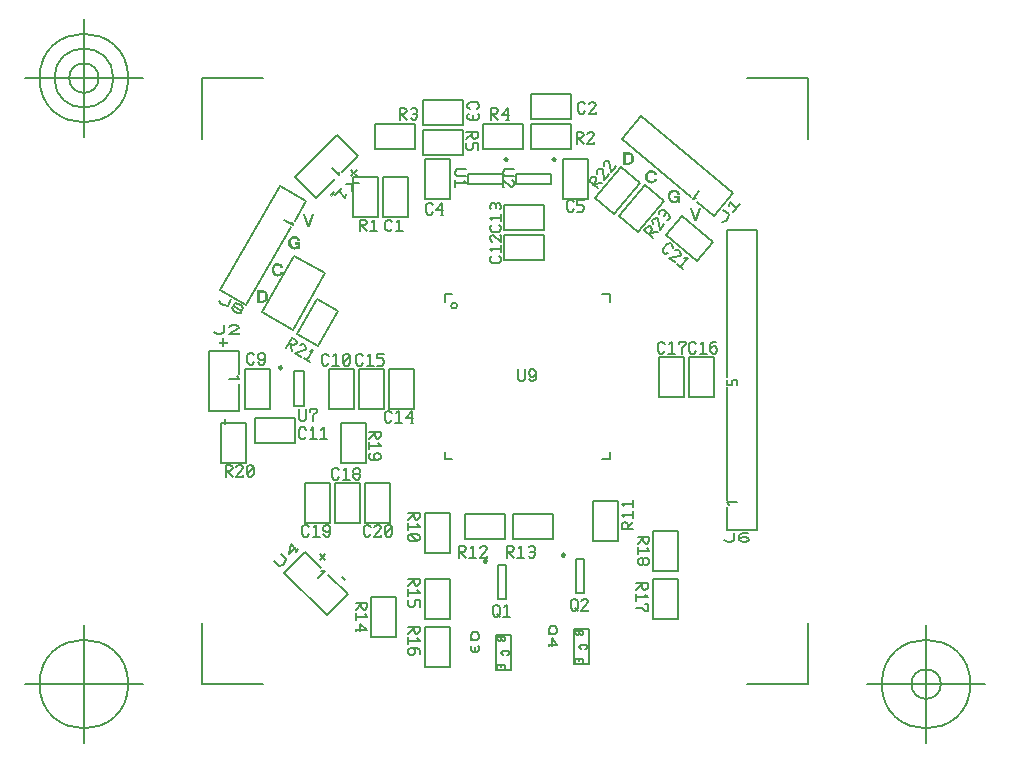
<source format=gbr>
G04 Generated by Ultiboard 13.0 *
%FSLAX25Y25*%
%MOIN*%

%ADD10C,0.00001*%
%ADD11C,0.00004*%
%ADD12C,0.00800*%
%ADD13C,0.00612*%
%ADD14C,0.00787*%
%ADD15C,0.00984*%
%ADD16C,0.00500*%


G04 ColorRGB FF6600 for the following layer *
%LNSilkscreen Top*%
%LPD*%
G54D10*
G54D11*
G36*
X55172Y191226D02*
X55172Y191226D01*
X55172Y190301D01*
X55203Y190768D01*
X55172Y191226D01*
D02*
G37*
X55172Y190301D01*
X55203Y190768D01*
X55172Y191226D01*
G36*
X55172Y190301D02*
X55172Y190301D01*
X55172Y191226D01*
X54921Y191957D01*
X55172Y190301D01*
D02*
G37*
X55172Y191226D01*
X54921Y191957D01*
X55172Y190301D01*
G36*
X54921Y191957D02*
X54921Y191957D01*
X54921Y189553D01*
X55172Y190301D01*
X54921Y191957D01*
D02*
G37*
X54921Y189553D01*
X55172Y190301D01*
X54921Y191957D01*
G36*
X54921Y189553D02*
X54921Y189553D01*
X54921Y191957D01*
X54665Y190768D01*
X54921Y189553D01*
D02*
G37*
X54921Y191957D01*
X54665Y190768D01*
X54921Y189553D01*
G36*
X54665Y190768D02*
X54665Y190768D01*
X54587Y190123D01*
X54921Y189553D01*
X54665Y190768D01*
D02*
G37*
X54587Y190123D01*
X54921Y189553D01*
X54665Y190768D01*
G36*
X54354Y191864D02*
X54354Y191864D01*
X54418Y192445D01*
X54164Y192033D01*
X54354Y191864D01*
D02*
G37*
X54418Y192445D01*
X54164Y192033D01*
X54354Y191864D01*
G36*
X54418Y192445D02*
X54418Y192445D01*
X54354Y191864D01*
X54587Y191396D01*
X54418Y192445D01*
D02*
G37*
X54354Y191864D01*
X54587Y191396D01*
X54418Y192445D01*
G36*
X54587Y191396D02*
X54587Y191396D01*
X54921Y191957D01*
X54418Y192445D01*
X54587Y191396D01*
D02*
G37*
X54921Y191957D01*
X54418Y192445D01*
X54587Y191396D01*
G36*
X54921Y191957D02*
X54921Y191957D01*
X54587Y191396D01*
X54665Y190768D01*
X54921Y191957D01*
D02*
G37*
X54587Y191396D01*
X54665Y190768D01*
X54921Y191957D01*
G36*
X53182Y192251D02*
X53182Y192251D01*
X53193Y192720D01*
X52463Y192251D01*
X53182Y192251D01*
D02*
G37*
X53193Y192720D01*
X52463Y192251D01*
X53182Y192251D01*
G36*
X53193Y192720D02*
X53193Y192720D01*
X53182Y192251D01*
X53578Y192227D01*
X53193Y192720D01*
D02*
G37*
X53182Y192251D01*
X53578Y192227D01*
X53193Y192720D01*
G36*
X53578Y192227D02*
X53578Y192227D01*
X53664Y192689D01*
X53193Y192720D01*
X53578Y192227D01*
D02*
G37*
X53664Y192689D01*
X53193Y192720D01*
X53578Y192227D01*
G36*
X53664Y192689D02*
X53664Y192689D01*
X53578Y192227D01*
X54164Y192033D01*
X53664Y192689D01*
D02*
G37*
X53578Y192227D01*
X54164Y192033D01*
X53664Y192689D01*
G36*
X54164Y192033D02*
X54164Y192033D01*
X54418Y192445D01*
X53664Y192689D01*
X54164Y192033D01*
D02*
G37*
X54418Y192445D01*
X53664Y192689D01*
X54164Y192033D01*
G36*
X52463Y189242D02*
X52463Y189242D01*
X52463Y192251D01*
X51941Y192720D01*
X52463Y189242D01*
D02*
G37*
X52463Y192251D01*
X51941Y192720D01*
X52463Y189242D01*
G36*
X52463Y189242D01*
X51941Y192720D01*
X51941Y188774D01*
X52463Y189242D01*
D02*
G37*
X51941Y192720D01*
X51941Y188774D01*
X52463Y189242D01*
G36*
X52463Y189242D01*
X51941Y188774D01*
X53193Y188774D01*
X52463Y189242D01*
D02*
G37*
X51941Y188774D01*
X53193Y188774D01*
X52463Y189242D01*
G36*
X52463Y189242D01*
X53193Y188774D01*
X53182Y189242D01*
X52463Y189242D01*
D02*
G37*
X53193Y188774D01*
X53182Y189242D01*
X52463Y189242D01*
G36*
X54418Y189054D02*
X54418Y189054D01*
X54921Y189553D01*
X54587Y190123D01*
X54418Y189054D01*
D02*
G37*
X54921Y189553D01*
X54587Y190123D01*
X54418Y189054D01*
G36*
X54418Y189054D01*
X54587Y190123D01*
X54353Y189642D01*
X54418Y189054D01*
D02*
G37*
X54587Y190123D01*
X54353Y189642D01*
X54418Y189054D01*
G36*
X54418Y189054D01*
X54353Y189642D01*
X54163Y189467D01*
X54418Y189054D01*
D02*
G37*
X54353Y189642D01*
X54163Y189467D01*
X54418Y189054D01*
G36*
X54418Y189054D01*
X54163Y189467D01*
X53664Y188805D01*
X54418Y189054D01*
D02*
G37*
X54163Y189467D01*
X53664Y188805D01*
X54418Y189054D01*
G36*
X53577Y189267D02*
X53577Y189267D01*
X53182Y189242D01*
X53193Y188774D01*
X53577Y189267D01*
D02*
G37*
X53182Y189242D01*
X53193Y188774D01*
X53577Y189267D01*
G36*
X53577Y189267D01*
X53193Y188774D01*
X53664Y188805D01*
X53577Y189267D01*
D02*
G37*
X53193Y188774D01*
X53664Y188805D01*
X53577Y189267D01*
G36*
X53577Y189267D01*
X53664Y188805D01*
X54163Y189467D01*
X53577Y189267D01*
D02*
G37*
X53664Y188805D01*
X54163Y189467D01*
X53577Y189267D01*
G36*
X51941Y192720D02*
X51941Y192720D01*
X52463Y192251D01*
X53193Y192720D01*
X51941Y192720D01*
D02*
G37*
X52463Y192251D01*
X53193Y192720D01*
X51941Y192720D01*
G36*
X59660Y200492D02*
X59660Y200492D01*
X59689Y201407D01*
X59562Y200828D01*
X59660Y200492D01*
D02*
G37*
X59689Y201407D01*
X59562Y200828D01*
X59660Y200492D01*
G36*
X59689Y201407D02*
X59689Y201407D01*
X59660Y200492D01*
X60198Y200492D01*
X59689Y201407D01*
D02*
G37*
X59660Y200492D01*
X60198Y200492D01*
X59689Y201407D01*
G36*
X60198Y200492D02*
X60198Y200492D01*
X59891Y201220D01*
X59689Y201407D01*
X60198Y200492D01*
D02*
G37*
X59891Y201220D01*
X59689Y201407D01*
X60198Y200492D01*
G36*
X59891Y201220D02*
X59891Y201220D01*
X60198Y200492D01*
X60145Y200762D01*
X59891Y201220D01*
D02*
G37*
X60198Y200492D01*
X60145Y200762D01*
X59891Y201220D01*
G36*
X59005Y201253D02*
X59005Y201253D01*
X59189Y201668D01*
X58599Y201308D01*
X59005Y201253D01*
D02*
G37*
X59189Y201668D01*
X58599Y201308D01*
X59005Y201253D01*
G36*
X59189Y201668D02*
X59189Y201668D01*
X59005Y201253D01*
X59335Y201087D01*
X59189Y201668D01*
D02*
G37*
X59005Y201253D01*
X59335Y201087D01*
X59189Y201668D01*
G36*
X59335Y201087D02*
X59335Y201087D01*
X59689Y201407D01*
X59189Y201668D01*
X59335Y201087D01*
D02*
G37*
X59689Y201407D01*
X59189Y201668D01*
X59335Y201087D01*
G36*
X59689Y201407D02*
X59689Y201407D01*
X59335Y201087D01*
X59562Y200828D01*
X59689Y201407D01*
D02*
G37*
X59335Y201087D01*
X59562Y200828D01*
X59689Y201407D01*
G36*
X57840Y201075D02*
X57840Y201075D01*
X58196Y201720D01*
X57649Y200895D01*
X57840Y201075D01*
D02*
G37*
X58196Y201720D01*
X57649Y200895D01*
X57840Y201075D01*
G36*
X58196Y201720D02*
X58196Y201720D01*
X57840Y201075D01*
X58315Y201282D01*
X58196Y201720D01*
D02*
G37*
X57840Y201075D01*
X58315Y201282D01*
X58196Y201720D01*
G36*
X58315Y201282D02*
X58315Y201282D01*
X58594Y201755D01*
X58196Y201720D01*
X58315Y201282D01*
D02*
G37*
X58594Y201755D01*
X58196Y201720D01*
X58315Y201282D01*
G36*
X58594Y201755D02*
X58594Y201755D01*
X58315Y201282D01*
X58599Y201308D01*
X58594Y201755D01*
D02*
G37*
X58315Y201282D01*
X58599Y201308D01*
X58594Y201755D01*
G36*
X58599Y201308D02*
X58599Y201308D01*
X59189Y201668D01*
X58594Y201755D01*
X58599Y201308D01*
D02*
G37*
X59189Y201668D01*
X58594Y201755D01*
X58599Y201308D01*
G36*
X57528Y201445D02*
X57528Y201445D01*
X57258Y201204D01*
X57321Y200076D01*
X57528Y201445D01*
D02*
G37*
X57258Y201204D01*
X57321Y200076D01*
X57528Y201445D01*
G36*
X57528Y201445D01*
X57321Y200076D01*
X57496Y200666D01*
X57528Y201445D01*
D02*
G37*
X57321Y200076D01*
X57496Y200666D01*
X57528Y201445D01*
G36*
X57528Y201445D01*
X57496Y200666D01*
X57649Y200895D01*
X57528Y201445D01*
D02*
G37*
X57496Y200666D01*
X57649Y200895D01*
X57528Y201445D01*
G36*
X57528Y201445D01*
X57649Y200895D01*
X58196Y201720D01*
X57528Y201445D01*
D02*
G37*
X57649Y200895D01*
X58196Y201720D01*
X57528Y201445D01*
G36*
X56790Y199269D02*
X56790Y199269D01*
X56790Y200160D01*
X56758Y199714D01*
X56790Y199269D01*
D02*
G37*
X56790Y200160D01*
X56758Y199714D01*
X56790Y199269D01*
G36*
X56790Y200160D02*
X56790Y200160D01*
X56790Y199269D01*
X57039Y198524D01*
X56790Y200160D01*
D02*
G37*
X56790Y199269D01*
X57039Y198524D01*
X56790Y200160D01*
G36*
X57039Y198524D02*
X57039Y198524D01*
X57039Y200905D01*
X56790Y200160D01*
X57039Y198524D01*
D02*
G37*
X57039Y200905D01*
X56790Y200160D01*
X57039Y198524D01*
G36*
X57039Y200905D02*
X57039Y200905D01*
X57039Y198524D01*
X57258Y198225D01*
X57039Y200905D01*
D02*
G37*
X57039Y198524D01*
X57258Y198225D01*
X57039Y200905D01*
G36*
X57258Y198225D02*
X57258Y198225D01*
X57258Y201204D01*
X57039Y200905D01*
X57258Y198225D01*
D02*
G37*
X57258Y201204D01*
X57039Y200905D01*
X57258Y198225D01*
G36*
X57258Y201204D02*
X57258Y201204D01*
X57258Y198225D01*
X57299Y199714D01*
X57258Y201204D01*
D02*
G37*
X57258Y198225D01*
X57299Y199714D01*
X57258Y201204D01*
G36*
X57299Y199714D02*
X57299Y199714D01*
X57321Y200076D01*
X57258Y201204D01*
X57299Y199714D01*
D02*
G37*
X57321Y200076D01*
X57258Y201204D01*
X57299Y199714D01*
G36*
X60198Y198993D02*
X60198Y198993D01*
X59660Y198993D01*
X59703Y198019D01*
X60198Y198993D01*
D02*
G37*
X59660Y198993D01*
X59703Y198019D01*
X60198Y198993D01*
G36*
X60198Y198993D01*
X59703Y198019D01*
X59898Y198209D01*
X60198Y198993D01*
D02*
G37*
X59703Y198019D01*
X59898Y198209D01*
X60198Y198993D01*
G36*
X60198Y198993D01*
X59898Y198209D01*
X60146Y198696D01*
X60198Y198993D01*
D02*
G37*
X59898Y198209D01*
X60146Y198696D01*
X60198Y198993D01*
G36*
X59560Y198622D02*
X59560Y198622D01*
X59337Y198347D01*
X59469Y197868D01*
X59560Y198622D01*
D02*
G37*
X59337Y198347D01*
X59469Y197868D01*
X59560Y198622D01*
G36*
X59560Y198622D01*
X59469Y197868D01*
X59703Y198019D01*
X59560Y198622D01*
D02*
G37*
X59469Y197868D01*
X59703Y198019D01*
X59560Y198622D01*
G36*
X59560Y198622D01*
X59703Y198019D01*
X59660Y198993D01*
X59560Y198622D01*
D02*
G37*
X59703Y198019D01*
X59660Y198993D01*
X59560Y198622D01*
G36*
X59007Y198178D02*
X59007Y198178D01*
X58588Y198121D01*
X58594Y197675D01*
X59007Y198178D01*
D02*
G37*
X58588Y198121D01*
X58594Y197675D01*
X59007Y198178D01*
G36*
X59007Y198178D01*
X58594Y197675D01*
X58914Y197696D01*
X59007Y198178D01*
D02*
G37*
X58594Y197675D01*
X58914Y197696D01*
X59007Y198178D01*
G36*
X59007Y198178D01*
X58914Y197696D01*
X59469Y197868D01*
X59007Y198178D01*
D02*
G37*
X58914Y197696D01*
X59469Y197868D01*
X59007Y198178D01*
G36*
X59007Y198178D01*
X59469Y197868D01*
X59337Y198347D01*
X59007Y198178D01*
D02*
G37*
X59469Y197868D01*
X59337Y198347D01*
X59007Y198178D01*
G36*
X58307Y198147D02*
X58307Y198147D01*
X57836Y198354D01*
X58196Y197709D01*
X58307Y198147D01*
D02*
G37*
X57836Y198354D01*
X58196Y197709D01*
X58307Y198147D01*
G36*
X58307Y198147D01*
X58196Y197709D01*
X58594Y197675D01*
X58307Y198147D01*
D02*
G37*
X58196Y197709D01*
X58594Y197675D01*
X58307Y198147D01*
G36*
X58307Y198147D01*
X58594Y197675D01*
X58588Y198121D01*
X58307Y198147D01*
D02*
G37*
X58594Y197675D01*
X58588Y198121D01*
X58307Y198147D01*
G36*
X57646Y198536D02*
X57646Y198536D01*
X57495Y198765D01*
X57528Y197984D01*
X57646Y198536D01*
D02*
G37*
X57495Y198765D01*
X57528Y197984D01*
X57646Y198536D01*
G36*
X57646Y198536D01*
X57528Y197984D01*
X58196Y197709D01*
X57646Y198536D01*
D02*
G37*
X57528Y197984D01*
X58196Y197709D01*
X57646Y198536D01*
G36*
X57646Y198536D01*
X58196Y197709D01*
X57836Y198354D01*
X57646Y198536D01*
D02*
G37*
X58196Y197709D01*
X57836Y198354D01*
X57646Y198536D01*
G36*
X57321Y199354D02*
X57321Y199354D01*
X57299Y199714D01*
X57258Y198225D01*
X57321Y199354D01*
D02*
G37*
X57299Y199714D01*
X57258Y198225D01*
X57321Y199354D01*
G36*
X57321Y199354D01*
X57258Y198225D01*
X57528Y197984D01*
X57321Y199354D01*
D02*
G37*
X57258Y198225D01*
X57528Y197984D01*
X57321Y199354D01*
G36*
X57321Y199354D01*
X57528Y197984D01*
X57495Y198765D01*
X57321Y199354D01*
D02*
G37*
X57528Y197984D01*
X57495Y198765D01*
X57321Y199354D01*
G36*
X65324Y209492D02*
X65324Y209492D01*
X65336Y210411D01*
X65222Y209833D01*
X65324Y209492D01*
D02*
G37*
X65336Y210411D01*
X65222Y209833D01*
X65324Y209492D01*
G36*
X65336Y210411D02*
X65336Y210411D01*
X65324Y209492D01*
X65865Y209492D01*
X65336Y210411D01*
D02*
G37*
X65324Y209492D01*
X65865Y209492D01*
X65336Y210411D01*
G36*
X65865Y209492D02*
X65865Y209492D01*
X65546Y210225D01*
X65336Y210411D01*
X65865Y209492D01*
D02*
G37*
X65546Y210225D01*
X65336Y210411D01*
X65865Y209492D01*
G36*
X65546Y210225D02*
X65546Y210225D01*
X65865Y209492D01*
X65810Y209766D01*
X65546Y210225D01*
D02*
G37*
X65865Y209492D01*
X65810Y209766D01*
X65546Y210225D01*
G36*
X65085Y210561D02*
X65085Y210561D01*
X64492Y210733D01*
X64617Y210254D01*
X65085Y210561D01*
D02*
G37*
X64492Y210733D01*
X64617Y210254D01*
X65085Y210561D01*
G36*
X65085Y210561D01*
X64617Y210254D01*
X64979Y210091D01*
X65085Y210561D01*
D02*
G37*
X64617Y210254D01*
X64979Y210091D01*
X65085Y210561D01*
G36*
X65085Y210561D01*
X64979Y210091D01*
X65222Y209833D01*
X65085Y210561D01*
D02*
G37*
X64979Y210091D01*
X65222Y209833D01*
X65085Y210561D01*
G36*
X65085Y210561D01*
X65222Y209833D01*
X65336Y210411D01*
X65085Y210561D01*
D02*
G37*
X65222Y209833D01*
X65336Y210411D01*
X65085Y210561D01*
G36*
X63373Y210073D02*
X63373Y210073D01*
X63747Y210720D01*
X63172Y209891D01*
X63373Y210073D01*
D02*
G37*
X63747Y210720D01*
X63172Y209891D01*
X63373Y210073D01*
G36*
X63747Y210720D02*
X63747Y210720D01*
X63373Y210073D01*
X63865Y210282D01*
X63747Y210720D01*
D02*
G37*
X63373Y210073D01*
X63865Y210282D01*
X63747Y210720D01*
G36*
X63865Y210282D02*
X63865Y210282D01*
X64150Y210755D01*
X63747Y210720D01*
X63865Y210282D01*
D02*
G37*
X64150Y210755D01*
X63747Y210720D01*
X63865Y210282D01*
G36*
X64150Y210755D02*
X64150Y210755D01*
X63865Y210282D01*
X64156Y210308D01*
X64150Y210755D01*
D02*
G37*
X63865Y210282D01*
X64156Y210308D01*
X64150Y210755D01*
G36*
X64156Y210308D02*
X64156Y210308D01*
X64492Y210733D01*
X64150Y210755D01*
X64156Y210308D01*
D02*
G37*
X64492Y210733D01*
X64150Y210755D01*
X64156Y210308D01*
G36*
X64492Y210733D02*
X64492Y210733D01*
X64156Y210308D01*
X64617Y210254D01*
X64492Y210733D01*
D02*
G37*
X64156Y210308D01*
X64617Y210254D01*
X64492Y210733D01*
G36*
X63062Y210442D02*
X63062Y210442D01*
X62780Y210199D01*
X62823Y209073D01*
X63062Y210442D01*
D02*
G37*
X62780Y210199D01*
X62823Y209073D01*
X63062Y210442D01*
G36*
X63062Y210442D01*
X62823Y209073D01*
X63009Y209661D01*
X63062Y210442D01*
D02*
G37*
X62823Y209073D01*
X63009Y209661D01*
X63062Y210442D01*
G36*
X63062Y210442D01*
X63009Y209661D01*
X63172Y209891D01*
X63062Y210442D01*
D02*
G37*
X63009Y209661D01*
X63172Y209891D01*
X63062Y210442D01*
G36*
X63062Y210442D01*
X63172Y209891D01*
X63747Y210720D01*
X63062Y210442D01*
D02*
G37*
X63172Y209891D01*
X63747Y210720D01*
X63062Y210442D01*
G36*
X63011Y207770D02*
X63011Y207770D01*
X63072Y206988D01*
X63176Y207540D01*
X63011Y207770D01*
D02*
G37*
X63072Y206988D01*
X63176Y207540D01*
X63011Y207770D01*
G36*
X63072Y206988D02*
X63072Y206988D01*
X63011Y207770D01*
X62823Y208357D01*
X63072Y206988D01*
D02*
G37*
X63011Y207770D01*
X62823Y208357D01*
X63072Y206988D01*
G36*
X62823Y208357D02*
X62823Y208357D01*
X62787Y207232D01*
X63072Y206988D01*
X62823Y208357D01*
D02*
G37*
X62787Y207232D01*
X63072Y206988D01*
X62823Y208357D01*
G36*
X62787Y207232D02*
X62787Y207232D01*
X62823Y208357D01*
X62799Y208714D01*
X62787Y207232D01*
D02*
G37*
X62823Y208357D01*
X62799Y208714D01*
X62787Y207232D01*
G36*
X62799Y208714D02*
X62799Y208714D01*
X62780Y210199D01*
X62787Y207232D01*
X62799Y208714D01*
D02*
G37*
X62780Y210199D01*
X62787Y207232D01*
X62799Y208714D01*
G36*
X62780Y210199D02*
X62780Y210199D01*
X62799Y208714D01*
X62823Y209073D01*
X62780Y210199D01*
D02*
G37*
X62799Y208714D01*
X62823Y209073D01*
X62780Y210199D01*
G36*
X62780Y210199D01*
X62556Y207533D01*
X62787Y207232D01*
X62780Y210199D01*
D02*
G37*
X62556Y207533D01*
X62787Y207232D01*
X62780Y210199D01*
G36*
X62556Y207533D02*
X62556Y207533D01*
X62780Y210199D01*
X62552Y209898D01*
X62556Y207533D01*
D02*
G37*
X62780Y210199D01*
X62552Y209898D01*
X62556Y207533D01*
G36*
X62552Y209898D02*
X62552Y209898D01*
X62291Y208275D01*
X62556Y207533D01*
X62552Y209898D01*
D02*
G37*
X62291Y208275D01*
X62556Y207533D01*
X62552Y209898D01*
G36*
X62291Y208275D02*
X62291Y208275D01*
X62552Y209898D01*
X62291Y209155D01*
X62291Y208275D01*
D02*
G37*
X62552Y209898D01*
X62291Y209155D01*
X62291Y208275D01*
G36*
X62291Y209155D02*
X62291Y209155D01*
X62258Y208714D01*
X62291Y208275D01*
X62291Y209155D01*
D02*
G37*
X62258Y208714D01*
X62291Y208275D01*
X62291Y209155D01*
G36*
X65566Y206742D02*
X65566Y206742D01*
X65935Y206742D01*
X65935Y208755D01*
X65566Y206742D01*
D02*
G37*
X65935Y206742D01*
X65935Y208755D01*
X65566Y206742D01*
G36*
X65566Y206742D01*
X65935Y208755D01*
X65429Y208284D01*
X65566Y206742D01*
D02*
G37*
X65935Y208755D01*
X65429Y208284D01*
X65566Y206742D01*
G36*
X65566Y206742D01*
X65429Y208284D01*
X65429Y207684D01*
X65566Y206742D01*
D02*
G37*
X65429Y208284D01*
X65429Y207684D01*
X65566Y206742D01*
G36*
X65566Y206742D01*
X65429Y207684D01*
X65429Y207156D01*
X65566Y206742D01*
D02*
G37*
X65429Y207684D01*
X65429Y207156D01*
X65566Y206742D01*
G36*
X64387Y208755D02*
X64387Y208755D01*
X64387Y208284D01*
X65429Y208284D01*
X64387Y208755D01*
D02*
G37*
X64387Y208284D01*
X65429Y208284D01*
X64387Y208755D01*
G36*
X64387Y208755D01*
X65429Y208284D01*
X65935Y208755D01*
X64387Y208755D01*
D02*
G37*
X65429Y208284D01*
X65935Y208755D01*
X64387Y208755D01*
G36*
X65429Y207684D02*
X65429Y207684D01*
X65199Y206945D01*
X65429Y207156D01*
X65429Y207684D01*
D02*
G37*
X65199Y206945D01*
X65429Y207156D01*
X65429Y207684D01*
G36*
X65199Y206945D02*
X65199Y206945D01*
X65429Y207684D01*
X65194Y207438D01*
X65199Y206945D01*
D02*
G37*
X65429Y207684D01*
X65194Y207438D01*
X65199Y206945D01*
G36*
X65194Y207438D02*
X65194Y207438D01*
X64568Y206705D01*
X65199Y206945D01*
X65194Y207438D01*
D02*
G37*
X64568Y206705D01*
X65199Y206945D01*
X65194Y207438D01*
G36*
X64568Y206705D02*
X64568Y206705D01*
X65194Y207438D01*
X64560Y207156D01*
X64568Y206705D01*
D02*
G37*
X65194Y207438D01*
X64560Y207156D01*
X64568Y206705D01*
G36*
X64560Y207156D02*
X64560Y207156D01*
X64167Y206675D01*
X64568Y206705D01*
X64560Y207156D01*
D02*
G37*
X64167Y206675D01*
X64568Y206705D01*
X64560Y207156D01*
G36*
X64167Y206675D02*
X64167Y206675D01*
X64560Y207156D01*
X64161Y207121D01*
X64167Y206675D01*
D02*
G37*
X64560Y207156D01*
X64161Y207121D01*
X64167Y206675D01*
G36*
X64161Y207121D02*
X64161Y207121D01*
X63871Y207147D01*
X64167Y206675D01*
X64161Y207121D01*
D02*
G37*
X63871Y207147D01*
X64167Y206675D01*
X64161Y207121D01*
G36*
X63761Y206709D02*
X63761Y206709D01*
X64167Y206675D01*
X63871Y207147D01*
X63761Y206709D01*
D02*
G37*
X64167Y206675D01*
X63871Y207147D01*
X63761Y206709D01*
G36*
X63761Y206709D01*
X63871Y207147D01*
X63379Y207357D01*
X63761Y206709D01*
D02*
G37*
X63871Y207147D01*
X63379Y207357D01*
X63761Y206709D01*
G36*
X63761Y206709D01*
X63379Y207357D01*
X63176Y207540D01*
X63761Y206709D01*
D02*
G37*
X63379Y207357D01*
X63176Y207540D01*
X63761Y206709D01*
G36*
X63761Y206709D01*
X63176Y207540D01*
X63072Y206988D01*
X63761Y206709D01*
D02*
G37*
X63176Y207540D01*
X63072Y206988D01*
X63761Y206709D01*
G36*
X70082Y218220D02*
X70082Y218220D01*
X69105Y214274D01*
X70639Y218220D01*
X70082Y218220D01*
D02*
G37*
X69105Y214274D01*
X70639Y218220D01*
X70082Y218220D01*
G36*
X69105Y214274D02*
X69105Y214274D01*
X70082Y218220D01*
X68835Y214837D01*
X69105Y214274D01*
D02*
G37*
X70082Y218220D01*
X68835Y214837D01*
X69105Y214274D01*
G36*
X68835Y214837D02*
X68835Y214837D01*
X68566Y214274D01*
X69105Y214274D01*
X68835Y214837D01*
D02*
G37*
X68566Y214274D01*
X69105Y214274D01*
X68835Y214837D01*
G36*
X68566Y214274D02*
X68566Y214274D01*
X68835Y214837D01*
X67589Y218220D01*
X68566Y214274D01*
D02*
G37*
X68835Y214837D01*
X67589Y218220D01*
X68566Y214274D01*
G36*
X67589Y218220D02*
X67589Y218220D01*
X67032Y218220D01*
X68566Y214274D01*
X67589Y218220D01*
D02*
G37*
X67032Y218220D01*
X68566Y214274D01*
X67589Y218220D01*
G36*
X184160Y231492D02*
X184160Y231492D01*
X184189Y232407D01*
X184062Y231828D01*
X184160Y231492D01*
D02*
G37*
X184189Y232407D01*
X184062Y231828D01*
X184160Y231492D01*
G36*
X184189Y232407D02*
X184189Y232407D01*
X184160Y231492D01*
X184698Y231492D01*
X184189Y232407D01*
D02*
G37*
X184160Y231492D01*
X184698Y231492D01*
X184189Y232407D01*
G36*
X184698Y231492D02*
X184698Y231492D01*
X184391Y232220D01*
X184189Y232407D01*
X184698Y231492D01*
D02*
G37*
X184391Y232220D01*
X184189Y232407D01*
X184698Y231492D01*
G36*
X184391Y232220D02*
X184391Y232220D01*
X184698Y231492D01*
X184645Y231762D01*
X184391Y232220D01*
D02*
G37*
X184698Y231492D01*
X184645Y231762D01*
X184391Y232220D01*
G36*
X183505Y232253D02*
X183505Y232253D01*
X183689Y232668D01*
X183099Y232308D01*
X183505Y232253D01*
D02*
G37*
X183689Y232668D01*
X183099Y232308D01*
X183505Y232253D01*
G36*
X183689Y232668D02*
X183689Y232668D01*
X183505Y232253D01*
X183835Y232087D01*
X183689Y232668D01*
D02*
G37*
X183505Y232253D01*
X183835Y232087D01*
X183689Y232668D01*
G36*
X183835Y232087D02*
X183835Y232087D01*
X184189Y232407D01*
X183689Y232668D01*
X183835Y232087D01*
D02*
G37*
X184189Y232407D01*
X183689Y232668D01*
X183835Y232087D01*
G36*
X184189Y232407D02*
X184189Y232407D01*
X183835Y232087D01*
X184062Y231828D01*
X184189Y232407D01*
D02*
G37*
X183835Y232087D01*
X184062Y231828D01*
X184189Y232407D01*
G36*
X182340Y232075D02*
X182340Y232075D01*
X182696Y232720D01*
X182149Y231895D01*
X182340Y232075D01*
D02*
G37*
X182696Y232720D01*
X182149Y231895D01*
X182340Y232075D01*
G36*
X182696Y232720D02*
X182696Y232720D01*
X182340Y232075D01*
X182815Y232282D01*
X182696Y232720D01*
D02*
G37*
X182340Y232075D01*
X182815Y232282D01*
X182696Y232720D01*
G36*
X182815Y232282D02*
X182815Y232282D01*
X183094Y232755D01*
X182696Y232720D01*
X182815Y232282D01*
D02*
G37*
X183094Y232755D01*
X182696Y232720D01*
X182815Y232282D01*
G36*
X183094Y232755D02*
X183094Y232755D01*
X182815Y232282D01*
X183099Y232308D01*
X183094Y232755D01*
D02*
G37*
X182815Y232282D01*
X183099Y232308D01*
X183094Y232755D01*
G36*
X183099Y232308D02*
X183099Y232308D01*
X183689Y232668D01*
X183094Y232755D01*
X183099Y232308D01*
D02*
G37*
X183689Y232668D01*
X183094Y232755D01*
X183099Y232308D01*
G36*
X182028Y232445D02*
X182028Y232445D01*
X181758Y232204D01*
X181821Y231076D01*
X182028Y232445D01*
D02*
G37*
X181758Y232204D01*
X181821Y231076D01*
X182028Y232445D01*
G36*
X182028Y232445D01*
X181821Y231076D01*
X181996Y231666D01*
X182028Y232445D01*
D02*
G37*
X181821Y231076D01*
X181996Y231666D01*
X182028Y232445D01*
G36*
X182028Y232445D01*
X181996Y231666D01*
X182149Y231895D01*
X182028Y232445D01*
D02*
G37*
X181996Y231666D01*
X182149Y231895D01*
X182028Y232445D01*
G36*
X182028Y232445D01*
X182149Y231895D01*
X182696Y232720D01*
X182028Y232445D01*
D02*
G37*
X182149Y231895D01*
X182696Y232720D01*
X182028Y232445D01*
G36*
X181290Y230269D02*
X181290Y230269D01*
X181290Y231160D01*
X181258Y230714D01*
X181290Y230269D01*
D02*
G37*
X181290Y231160D01*
X181258Y230714D01*
X181290Y230269D01*
G36*
X181290Y231160D02*
X181290Y231160D01*
X181290Y230269D01*
X181539Y229524D01*
X181290Y231160D01*
D02*
G37*
X181290Y230269D01*
X181539Y229524D01*
X181290Y231160D01*
G36*
X181539Y229524D02*
X181539Y229524D01*
X181539Y231905D01*
X181290Y231160D01*
X181539Y229524D01*
D02*
G37*
X181539Y231905D01*
X181290Y231160D01*
X181539Y229524D01*
G36*
X181539Y231905D02*
X181539Y231905D01*
X181539Y229524D01*
X181758Y229225D01*
X181539Y231905D01*
D02*
G37*
X181539Y229524D01*
X181758Y229225D01*
X181539Y231905D01*
G36*
X181758Y229225D02*
X181758Y229225D01*
X181758Y232204D01*
X181539Y231905D01*
X181758Y229225D01*
D02*
G37*
X181758Y232204D01*
X181539Y231905D01*
X181758Y229225D01*
G36*
X181758Y232204D02*
X181758Y232204D01*
X181758Y229225D01*
X181799Y230714D01*
X181758Y232204D01*
D02*
G37*
X181758Y229225D01*
X181799Y230714D01*
X181758Y232204D01*
G36*
X181799Y230714D02*
X181799Y230714D01*
X181821Y231076D01*
X181758Y232204D01*
X181799Y230714D01*
D02*
G37*
X181821Y231076D01*
X181758Y232204D01*
X181799Y230714D01*
G36*
X184698Y229993D02*
X184698Y229993D01*
X184160Y229993D01*
X184203Y229019D01*
X184698Y229993D01*
D02*
G37*
X184160Y229993D01*
X184203Y229019D01*
X184698Y229993D01*
G36*
X184698Y229993D01*
X184203Y229019D01*
X184398Y229209D01*
X184698Y229993D01*
D02*
G37*
X184203Y229019D01*
X184398Y229209D01*
X184698Y229993D01*
G36*
X184698Y229993D01*
X184398Y229209D01*
X184646Y229696D01*
X184698Y229993D01*
D02*
G37*
X184398Y229209D01*
X184646Y229696D01*
X184698Y229993D01*
G36*
X184060Y229622D02*
X184060Y229622D01*
X183837Y229347D01*
X183969Y228868D01*
X184060Y229622D01*
D02*
G37*
X183837Y229347D01*
X183969Y228868D01*
X184060Y229622D01*
G36*
X184060Y229622D01*
X183969Y228868D01*
X184203Y229019D01*
X184060Y229622D01*
D02*
G37*
X183969Y228868D01*
X184203Y229019D01*
X184060Y229622D01*
G36*
X184060Y229622D01*
X184203Y229019D01*
X184160Y229993D01*
X184060Y229622D01*
D02*
G37*
X184203Y229019D01*
X184160Y229993D01*
X184060Y229622D01*
G36*
X183507Y229178D02*
X183507Y229178D01*
X183088Y229121D01*
X183094Y228675D01*
X183507Y229178D01*
D02*
G37*
X183088Y229121D01*
X183094Y228675D01*
X183507Y229178D01*
G36*
X183507Y229178D01*
X183094Y228675D01*
X183414Y228696D01*
X183507Y229178D01*
D02*
G37*
X183094Y228675D01*
X183414Y228696D01*
X183507Y229178D01*
G36*
X183507Y229178D01*
X183414Y228696D01*
X183969Y228868D01*
X183507Y229178D01*
D02*
G37*
X183414Y228696D01*
X183969Y228868D01*
X183507Y229178D01*
G36*
X183507Y229178D01*
X183969Y228868D01*
X183837Y229347D01*
X183507Y229178D01*
D02*
G37*
X183969Y228868D01*
X183837Y229347D01*
X183507Y229178D01*
G36*
X182807Y229147D02*
X182807Y229147D01*
X182336Y229354D01*
X182696Y228709D01*
X182807Y229147D01*
D02*
G37*
X182336Y229354D01*
X182696Y228709D01*
X182807Y229147D01*
G36*
X182807Y229147D01*
X182696Y228709D01*
X183094Y228675D01*
X182807Y229147D01*
D02*
G37*
X182696Y228709D01*
X183094Y228675D01*
X182807Y229147D01*
G36*
X182807Y229147D01*
X183094Y228675D01*
X183088Y229121D01*
X182807Y229147D01*
D02*
G37*
X183094Y228675D01*
X183088Y229121D01*
X182807Y229147D01*
G36*
X182146Y229536D02*
X182146Y229536D01*
X181995Y229765D01*
X182028Y228984D01*
X182146Y229536D01*
D02*
G37*
X181995Y229765D01*
X182028Y228984D01*
X182146Y229536D01*
G36*
X182146Y229536D01*
X182028Y228984D01*
X182696Y228709D01*
X182146Y229536D01*
D02*
G37*
X182028Y228984D01*
X182696Y228709D01*
X182146Y229536D01*
G36*
X182146Y229536D01*
X182696Y228709D01*
X182336Y229354D01*
X182146Y229536D01*
D02*
G37*
X182696Y228709D01*
X182336Y229354D01*
X182146Y229536D01*
G36*
X181821Y230354D02*
X181821Y230354D01*
X181799Y230714D01*
X181758Y229225D01*
X181821Y230354D01*
D02*
G37*
X181799Y230714D01*
X181758Y229225D01*
X181821Y230354D01*
G36*
X181821Y230354D01*
X181758Y229225D01*
X182028Y228984D01*
X181821Y230354D01*
D02*
G37*
X181758Y229225D01*
X182028Y228984D01*
X181821Y230354D01*
G36*
X181821Y230354D01*
X182028Y228984D01*
X181995Y229765D01*
X181821Y230354D01*
D02*
G37*
X182028Y228984D01*
X181995Y229765D01*
X181821Y230354D01*
G36*
X177172Y237226D02*
X177172Y237226D01*
X177172Y236301D01*
X177203Y236768D01*
X177172Y237226D01*
D02*
G37*
X177172Y236301D01*
X177203Y236768D01*
X177172Y237226D01*
G36*
X177172Y236301D02*
X177172Y236301D01*
X177172Y237226D01*
X176921Y237957D01*
X177172Y236301D01*
D02*
G37*
X177172Y237226D01*
X176921Y237957D01*
X177172Y236301D01*
G36*
X176921Y237957D02*
X176921Y237957D01*
X176921Y235553D01*
X177172Y236301D01*
X176921Y237957D01*
D02*
G37*
X176921Y235553D01*
X177172Y236301D01*
X176921Y237957D01*
G36*
X176921Y235553D02*
X176921Y235553D01*
X176921Y237957D01*
X176665Y236768D01*
X176921Y235553D01*
D02*
G37*
X176921Y237957D01*
X176665Y236768D01*
X176921Y235553D01*
G36*
X176665Y236768D02*
X176665Y236768D01*
X176587Y236123D01*
X176921Y235553D01*
X176665Y236768D01*
D02*
G37*
X176587Y236123D01*
X176921Y235553D01*
X176665Y236768D01*
G36*
X176354Y237864D02*
X176354Y237864D01*
X176418Y238445D01*
X176164Y238033D01*
X176354Y237864D01*
D02*
G37*
X176418Y238445D01*
X176164Y238033D01*
X176354Y237864D01*
G36*
X176418Y238445D02*
X176418Y238445D01*
X176354Y237864D01*
X176587Y237396D01*
X176418Y238445D01*
D02*
G37*
X176354Y237864D01*
X176587Y237396D01*
X176418Y238445D01*
G36*
X176587Y237396D02*
X176587Y237396D01*
X176921Y237957D01*
X176418Y238445D01*
X176587Y237396D01*
D02*
G37*
X176921Y237957D01*
X176418Y238445D01*
X176587Y237396D01*
G36*
X176921Y237957D02*
X176921Y237957D01*
X176587Y237396D01*
X176665Y236768D01*
X176921Y237957D01*
D02*
G37*
X176587Y237396D01*
X176665Y236768D01*
X176921Y237957D01*
G36*
X175182Y238251D02*
X175182Y238251D01*
X175193Y238720D01*
X174463Y238251D01*
X175182Y238251D01*
D02*
G37*
X175193Y238720D01*
X174463Y238251D01*
X175182Y238251D01*
G36*
X175193Y238720D02*
X175193Y238720D01*
X175182Y238251D01*
X175578Y238227D01*
X175193Y238720D01*
D02*
G37*
X175182Y238251D01*
X175578Y238227D01*
X175193Y238720D01*
G36*
X175578Y238227D02*
X175578Y238227D01*
X175664Y238689D01*
X175193Y238720D01*
X175578Y238227D01*
D02*
G37*
X175664Y238689D01*
X175193Y238720D01*
X175578Y238227D01*
G36*
X175664Y238689D02*
X175664Y238689D01*
X175578Y238227D01*
X176164Y238033D01*
X175664Y238689D01*
D02*
G37*
X175578Y238227D01*
X176164Y238033D01*
X175664Y238689D01*
G36*
X176164Y238033D02*
X176164Y238033D01*
X176418Y238445D01*
X175664Y238689D01*
X176164Y238033D01*
D02*
G37*
X176418Y238445D01*
X175664Y238689D01*
X176164Y238033D01*
G36*
X174463Y235242D02*
X174463Y235242D01*
X174463Y238251D01*
X173941Y238720D01*
X174463Y235242D01*
D02*
G37*
X174463Y238251D01*
X173941Y238720D01*
X174463Y235242D01*
G36*
X174463Y235242D01*
X173941Y238720D01*
X173941Y234774D01*
X174463Y235242D01*
D02*
G37*
X173941Y238720D01*
X173941Y234774D01*
X174463Y235242D01*
G36*
X174463Y235242D01*
X173941Y234774D01*
X175193Y234774D01*
X174463Y235242D01*
D02*
G37*
X173941Y234774D01*
X175193Y234774D01*
X174463Y235242D01*
G36*
X174463Y235242D01*
X175193Y234774D01*
X175182Y235242D01*
X174463Y235242D01*
D02*
G37*
X175193Y234774D01*
X175182Y235242D01*
X174463Y235242D01*
G36*
X176418Y235054D02*
X176418Y235054D01*
X176921Y235553D01*
X176587Y236123D01*
X176418Y235054D01*
D02*
G37*
X176921Y235553D01*
X176587Y236123D01*
X176418Y235054D01*
G36*
X176418Y235054D01*
X176587Y236123D01*
X176353Y235642D01*
X176418Y235054D01*
D02*
G37*
X176587Y236123D01*
X176353Y235642D01*
X176418Y235054D01*
G36*
X176418Y235054D01*
X176353Y235642D01*
X176163Y235467D01*
X176418Y235054D01*
D02*
G37*
X176353Y235642D01*
X176163Y235467D01*
X176418Y235054D01*
G36*
X176418Y235054D01*
X176163Y235467D01*
X175664Y234805D01*
X176418Y235054D01*
D02*
G37*
X176163Y235467D01*
X175664Y234805D01*
X176418Y235054D01*
G36*
X175577Y235267D02*
X175577Y235267D01*
X175182Y235242D01*
X175193Y234774D01*
X175577Y235267D01*
D02*
G37*
X175182Y235242D01*
X175193Y234774D01*
X175577Y235267D01*
G36*
X175577Y235267D01*
X175193Y234774D01*
X175664Y234805D01*
X175577Y235267D01*
D02*
G37*
X175193Y234774D01*
X175664Y234805D01*
X175577Y235267D01*
G36*
X175577Y235267D01*
X175664Y234805D01*
X176163Y235467D01*
X175577Y235267D01*
D02*
G37*
X175664Y234805D01*
X176163Y235467D01*
X175577Y235267D01*
G36*
X173941Y238720D02*
X173941Y238720D01*
X174463Y238251D01*
X175193Y238720D01*
X173941Y238720D01*
D02*
G37*
X174463Y238251D01*
X175193Y238720D01*
X173941Y238720D01*
G36*
X191824Y224992D02*
X191824Y224992D01*
X191836Y225911D01*
X191722Y225333D01*
X191824Y224992D01*
D02*
G37*
X191836Y225911D01*
X191722Y225333D01*
X191824Y224992D01*
G36*
X191836Y225911D02*
X191836Y225911D01*
X191824Y224992D01*
X192365Y224992D01*
X191836Y225911D01*
D02*
G37*
X191824Y224992D01*
X192365Y224992D01*
X191836Y225911D01*
G36*
X192365Y224992D02*
X192365Y224992D01*
X192046Y225725D01*
X191836Y225911D01*
X192365Y224992D01*
D02*
G37*
X192046Y225725D01*
X191836Y225911D01*
X192365Y224992D01*
G36*
X192046Y225725D02*
X192046Y225725D01*
X192365Y224992D01*
X192310Y225266D01*
X192046Y225725D01*
D02*
G37*
X192365Y224992D01*
X192310Y225266D01*
X192046Y225725D01*
G36*
X191585Y226061D02*
X191585Y226061D01*
X190992Y226233D01*
X191117Y225754D01*
X191585Y226061D01*
D02*
G37*
X190992Y226233D01*
X191117Y225754D01*
X191585Y226061D01*
G36*
X191585Y226061D01*
X191117Y225754D01*
X191479Y225591D01*
X191585Y226061D01*
D02*
G37*
X191117Y225754D01*
X191479Y225591D01*
X191585Y226061D01*
G36*
X191585Y226061D01*
X191479Y225591D01*
X191722Y225333D01*
X191585Y226061D01*
D02*
G37*
X191479Y225591D01*
X191722Y225333D01*
X191585Y226061D01*
G36*
X191585Y226061D01*
X191722Y225333D01*
X191836Y225911D01*
X191585Y226061D01*
D02*
G37*
X191722Y225333D01*
X191836Y225911D01*
X191585Y226061D01*
G36*
X189873Y225573D02*
X189873Y225573D01*
X190247Y226220D01*
X189672Y225391D01*
X189873Y225573D01*
D02*
G37*
X190247Y226220D01*
X189672Y225391D01*
X189873Y225573D01*
G36*
X190247Y226220D02*
X190247Y226220D01*
X189873Y225573D01*
X190365Y225782D01*
X190247Y226220D01*
D02*
G37*
X189873Y225573D01*
X190365Y225782D01*
X190247Y226220D01*
G36*
X190365Y225782D02*
X190365Y225782D01*
X190650Y226255D01*
X190247Y226220D01*
X190365Y225782D01*
D02*
G37*
X190650Y226255D01*
X190247Y226220D01*
X190365Y225782D01*
G36*
X190650Y226255D02*
X190650Y226255D01*
X190365Y225782D01*
X190656Y225808D01*
X190650Y226255D01*
D02*
G37*
X190365Y225782D01*
X190656Y225808D01*
X190650Y226255D01*
G36*
X190656Y225808D02*
X190656Y225808D01*
X190992Y226233D01*
X190650Y226255D01*
X190656Y225808D01*
D02*
G37*
X190992Y226233D01*
X190650Y226255D01*
X190656Y225808D01*
G36*
X190992Y226233D02*
X190992Y226233D01*
X190656Y225808D01*
X191117Y225754D01*
X190992Y226233D01*
D02*
G37*
X190656Y225808D01*
X191117Y225754D01*
X190992Y226233D01*
G36*
X189562Y225942D02*
X189562Y225942D01*
X189280Y225699D01*
X189323Y224573D01*
X189562Y225942D01*
D02*
G37*
X189280Y225699D01*
X189323Y224573D01*
X189562Y225942D01*
G36*
X189562Y225942D01*
X189323Y224573D01*
X189509Y225161D01*
X189562Y225942D01*
D02*
G37*
X189323Y224573D01*
X189509Y225161D01*
X189562Y225942D01*
G36*
X189562Y225942D01*
X189509Y225161D01*
X189672Y225391D01*
X189562Y225942D01*
D02*
G37*
X189509Y225161D01*
X189672Y225391D01*
X189562Y225942D01*
G36*
X189562Y225942D01*
X189672Y225391D01*
X190247Y226220D01*
X189562Y225942D01*
D02*
G37*
X189672Y225391D01*
X190247Y226220D01*
X189562Y225942D01*
G36*
X189511Y223270D02*
X189511Y223270D01*
X189572Y222488D01*
X189676Y223040D01*
X189511Y223270D01*
D02*
G37*
X189572Y222488D01*
X189676Y223040D01*
X189511Y223270D01*
G36*
X189572Y222488D02*
X189572Y222488D01*
X189511Y223270D01*
X189323Y223857D01*
X189572Y222488D01*
D02*
G37*
X189511Y223270D01*
X189323Y223857D01*
X189572Y222488D01*
G36*
X189323Y223857D02*
X189323Y223857D01*
X189287Y222732D01*
X189572Y222488D01*
X189323Y223857D01*
D02*
G37*
X189287Y222732D01*
X189572Y222488D01*
X189323Y223857D01*
G36*
X189287Y222732D02*
X189287Y222732D01*
X189323Y223857D01*
X189299Y224214D01*
X189287Y222732D01*
D02*
G37*
X189323Y223857D01*
X189299Y224214D01*
X189287Y222732D01*
G36*
X189299Y224214D02*
X189299Y224214D01*
X189280Y225699D01*
X189287Y222732D01*
X189299Y224214D01*
D02*
G37*
X189280Y225699D01*
X189287Y222732D01*
X189299Y224214D01*
G36*
X189280Y225699D02*
X189280Y225699D01*
X189299Y224214D01*
X189323Y224573D01*
X189280Y225699D01*
D02*
G37*
X189299Y224214D01*
X189323Y224573D01*
X189280Y225699D01*
G36*
X189280Y225699D01*
X189056Y223033D01*
X189287Y222732D01*
X189280Y225699D01*
D02*
G37*
X189056Y223033D01*
X189287Y222732D01*
X189280Y225699D01*
G36*
X189056Y223033D02*
X189056Y223033D01*
X189280Y225699D01*
X189052Y225398D01*
X189056Y223033D01*
D02*
G37*
X189280Y225699D01*
X189052Y225398D01*
X189056Y223033D01*
G36*
X189052Y225398D02*
X189052Y225398D01*
X188791Y223775D01*
X189056Y223033D01*
X189052Y225398D01*
D02*
G37*
X188791Y223775D01*
X189056Y223033D01*
X189052Y225398D01*
G36*
X188791Y223775D02*
X188791Y223775D01*
X189052Y225398D01*
X188791Y224655D01*
X188791Y223775D01*
D02*
G37*
X189052Y225398D01*
X188791Y224655D01*
X188791Y223775D01*
G36*
X188791Y224655D02*
X188791Y224655D01*
X188758Y224214D01*
X188791Y223775D01*
X188791Y224655D01*
D02*
G37*
X188758Y224214D01*
X188791Y223775D01*
X188791Y224655D01*
G36*
X192066Y222242D02*
X192066Y222242D01*
X192435Y222242D01*
X192435Y224255D01*
X192066Y222242D01*
D02*
G37*
X192435Y222242D01*
X192435Y224255D01*
X192066Y222242D01*
G36*
X192066Y222242D01*
X192435Y224255D01*
X191929Y223784D01*
X192066Y222242D01*
D02*
G37*
X192435Y224255D01*
X191929Y223784D01*
X192066Y222242D01*
G36*
X192066Y222242D01*
X191929Y223784D01*
X191929Y223184D01*
X192066Y222242D01*
D02*
G37*
X191929Y223784D01*
X191929Y223184D01*
X192066Y222242D01*
G36*
X192066Y222242D01*
X191929Y223184D01*
X191929Y222656D01*
X192066Y222242D01*
D02*
G37*
X191929Y223184D01*
X191929Y222656D01*
X192066Y222242D01*
G36*
X190887Y224255D02*
X190887Y224255D01*
X190887Y223784D01*
X191929Y223784D01*
X190887Y224255D01*
D02*
G37*
X190887Y223784D01*
X191929Y223784D01*
X190887Y224255D01*
G36*
X190887Y224255D01*
X191929Y223784D01*
X192435Y224255D01*
X190887Y224255D01*
D02*
G37*
X191929Y223784D01*
X192435Y224255D01*
X190887Y224255D01*
G36*
X191929Y223184D02*
X191929Y223184D01*
X191699Y222445D01*
X191929Y222656D01*
X191929Y223184D01*
D02*
G37*
X191699Y222445D01*
X191929Y222656D01*
X191929Y223184D01*
G36*
X191699Y222445D02*
X191699Y222445D01*
X191929Y223184D01*
X191694Y222938D01*
X191699Y222445D01*
D02*
G37*
X191929Y223184D01*
X191694Y222938D01*
X191699Y222445D01*
G36*
X191694Y222938D02*
X191694Y222938D01*
X191068Y222205D01*
X191699Y222445D01*
X191694Y222938D01*
D02*
G37*
X191068Y222205D01*
X191699Y222445D01*
X191694Y222938D01*
G36*
X191068Y222205D02*
X191068Y222205D01*
X191694Y222938D01*
X191060Y222656D01*
X191068Y222205D01*
D02*
G37*
X191694Y222938D01*
X191060Y222656D01*
X191068Y222205D01*
G36*
X191060Y222656D02*
X191060Y222656D01*
X190667Y222175D01*
X191068Y222205D01*
X191060Y222656D01*
D02*
G37*
X190667Y222175D01*
X191068Y222205D01*
X191060Y222656D01*
G36*
X190667Y222175D02*
X190667Y222175D01*
X191060Y222656D01*
X190661Y222621D01*
X190667Y222175D01*
D02*
G37*
X191060Y222656D01*
X190661Y222621D01*
X190667Y222175D01*
G36*
X190661Y222621D02*
X190661Y222621D01*
X190371Y222647D01*
X190667Y222175D01*
X190661Y222621D01*
D02*
G37*
X190371Y222647D01*
X190667Y222175D01*
X190661Y222621D01*
G36*
X190261Y222209D02*
X190261Y222209D01*
X190667Y222175D01*
X190371Y222647D01*
X190261Y222209D01*
D02*
G37*
X190667Y222175D01*
X190371Y222647D01*
X190261Y222209D01*
G36*
X190261Y222209D01*
X190371Y222647D01*
X189879Y222857D01*
X190261Y222209D01*
D02*
G37*
X190371Y222647D01*
X189879Y222857D01*
X190261Y222209D01*
G36*
X190261Y222209D01*
X189879Y222857D01*
X189676Y223040D01*
X190261Y222209D01*
D02*
G37*
X189879Y222857D01*
X189676Y223040D01*
X190261Y222209D01*
G36*
X190261Y222209D01*
X189676Y223040D01*
X189572Y222488D01*
X190261Y222209D01*
D02*
G37*
X189676Y223040D01*
X189572Y222488D01*
X190261Y222209D01*
G36*
X199082Y220220D02*
X199082Y220220D01*
X198105Y216274D01*
X199639Y220220D01*
X199082Y220220D01*
D02*
G37*
X198105Y216274D01*
X199639Y220220D01*
X199082Y220220D01*
G36*
X198105Y216274D02*
X198105Y216274D01*
X199082Y220220D01*
X197835Y216837D01*
X198105Y216274D01*
D02*
G37*
X199082Y220220D01*
X197835Y216837D01*
X198105Y216274D01*
G36*
X197835Y216837D02*
X197835Y216837D01*
X197566Y216274D01*
X198105Y216274D01*
X197835Y216837D01*
D02*
G37*
X197566Y216274D01*
X198105Y216274D01*
X197835Y216837D01*
G36*
X197566Y216274D02*
X197566Y216274D01*
X197835Y216837D01*
X196589Y220220D01*
X197566Y216274D01*
D02*
G37*
X197835Y216837D01*
X196589Y220220D01*
X197566Y216274D01*
G36*
X196589Y220220D02*
X196589Y220220D01*
X196032Y220220D01*
X197566Y216274D01*
X196589Y220220D01*
D02*
G37*
X196032Y220220D01*
X197566Y216274D01*
X196589Y220220D01*
G36*
X40222Y176696D02*
X40222Y176696D01*
X40675Y174085D01*
X40675Y176696D01*
X40222Y176696D01*
D02*
G37*
X40675Y174085D01*
X40675Y176696D01*
X40222Y176696D01*
G36*
X40675Y174085D02*
X40675Y174085D01*
X40222Y176696D01*
X40222Y175617D01*
X40675Y174085D01*
D02*
G37*
X40222Y176696D01*
X40222Y175617D01*
X40675Y174085D01*
G36*
X40222Y175617D02*
X40222Y175617D01*
X40222Y175165D01*
X40675Y174085D01*
X40222Y175617D01*
D02*
G37*
X40222Y175165D01*
X40675Y174085D01*
X40222Y175617D01*
G36*
X40222Y175165D02*
X40222Y175165D01*
X40222Y175617D01*
X39143Y175617D01*
X40222Y175165D01*
D02*
G37*
X40222Y175617D01*
X39143Y175617D01*
X40222Y175165D01*
G36*
X39143Y175617D02*
X39143Y175617D01*
X39143Y175165D01*
X40222Y175165D01*
X39143Y175617D01*
D02*
G37*
X39143Y175165D01*
X40222Y175165D01*
X39143Y175617D01*
G36*
X40675Y175165D02*
X40675Y175165D01*
X41754Y175165D01*
X40675Y175617D01*
X40675Y175165D01*
D02*
G37*
X41754Y175165D01*
X40675Y175617D01*
X40675Y175165D01*
G36*
X40675Y175165D01*
X40675Y176696D01*
X40675Y175165D01*
D02*
G37*
X40675Y176696D01*
X40675Y175165D01*
G36*
X40675Y175165D01*
X40675Y176696D01*
X40675Y174085D01*
X40675Y175165D01*
D02*
G37*
X40675Y176696D01*
X40675Y174085D01*
X40675Y175165D01*
G36*
X40675Y175617D02*
X40675Y175617D01*
X41754Y175165D01*
X41754Y175617D01*
X40675Y175617D01*
D02*
G37*
X41754Y175165D01*
X41754Y175617D01*
X40675Y175617D01*
G36*
X40675Y174085D02*
X40675Y174085D01*
X40222Y175165D01*
X40222Y174085D01*
X40675Y174085D01*
D02*
G37*
X40222Y175165D01*
X40222Y174085D01*
X40675Y174085D01*
G36*
X40687Y148342D02*
X40687Y148342D01*
X41174Y148342D01*
X41174Y149822D01*
X40687Y148342D01*
D02*
G37*
X41174Y148342D01*
X41174Y149822D01*
X40687Y148342D01*
G36*
X40687Y148342D01*
X41174Y149822D01*
X40687Y149822D01*
X40687Y148342D01*
D02*
G37*
X41174Y149822D01*
X40687Y149822D01*
X40687Y148342D01*
G36*
X76132Y224679D02*
X76132Y224679D01*
X76477Y224334D01*
X77523Y225381D01*
X76132Y224679D01*
D02*
G37*
X76477Y224334D01*
X77523Y225381D01*
X76132Y224679D01*
G36*
X76132Y224679D01*
X77523Y225381D01*
X77179Y225726D01*
X76132Y224679D01*
D02*
G37*
X77523Y225381D01*
X77179Y225726D01*
X76132Y224679D01*
G36*
X84305Y232014D02*
X84305Y232014D01*
X85068Y232778D01*
X84749Y233097D01*
X84305Y232014D01*
D02*
G37*
X85068Y232778D01*
X84749Y233097D01*
X84305Y232014D01*
G36*
X84305Y232014D01*
X84749Y233097D01*
X83986Y232334D01*
X84305Y232014D01*
D02*
G37*
X84749Y233097D01*
X83986Y232334D01*
X84305Y232014D01*
G36*
X84305Y232014D01*
X83986Y232334D01*
X84749Y230932D01*
X84305Y232014D01*
D02*
G37*
X83986Y232334D01*
X84749Y230932D01*
X84305Y232014D01*
G36*
X84305Y232014D01*
X84749Y230932D01*
X85068Y231251D01*
X84305Y232014D01*
D02*
G37*
X84749Y230932D01*
X85068Y231251D01*
X84305Y232014D01*
G36*
X83222Y230932D02*
X83222Y230932D01*
X83666Y232014D01*
X82903Y231251D01*
X83222Y230932D01*
D02*
G37*
X83666Y232014D01*
X82903Y231251D01*
X83222Y230932D01*
G36*
X83666Y232014D02*
X83666Y232014D01*
X83222Y230932D01*
X83986Y231695D01*
X83666Y232014D01*
D02*
G37*
X83222Y230932D01*
X83986Y231695D01*
X83666Y232014D01*
G36*
X83986Y231695D02*
X83986Y231695D01*
X83986Y232334D01*
X83666Y232014D01*
X83986Y231695D01*
D02*
G37*
X83986Y232334D01*
X83666Y232014D01*
X83986Y231695D01*
G36*
X83986Y232334D02*
X83986Y232334D01*
X83986Y231695D01*
X84749Y230932D01*
X83986Y232334D01*
D02*
G37*
X83986Y231695D01*
X84749Y230932D01*
X83986Y232334D01*
G36*
X83222Y233097D02*
X83222Y233097D01*
X82903Y232778D01*
X83666Y232014D01*
X83222Y233097D01*
D02*
G37*
X82903Y232778D01*
X83666Y232014D01*
X83222Y233097D01*
G36*
X83222Y233097D01*
X83666Y232014D01*
X83986Y232334D01*
X83222Y233097D01*
D02*
G37*
X83666Y232014D01*
X83986Y232334D01*
X83222Y233097D01*
G36*
X73805Y103986D02*
X73805Y103986D01*
X74568Y104749D01*
X74249Y105068D01*
X73805Y103986D01*
D02*
G37*
X74568Y104749D01*
X74249Y105068D01*
X73805Y103986D01*
G36*
X73805Y103986D01*
X74249Y105068D01*
X73486Y104305D01*
X73805Y103986D01*
D02*
G37*
X74249Y105068D01*
X73486Y104305D01*
X73805Y103986D01*
G36*
X73805Y103986D01*
X73486Y104305D01*
X74249Y102903D01*
X73805Y103986D01*
D02*
G37*
X73486Y104305D01*
X74249Y102903D01*
X73805Y103986D01*
G36*
X73805Y103986D01*
X74249Y102903D01*
X74568Y103222D01*
X73805Y103986D01*
D02*
G37*
X74249Y102903D01*
X74568Y103222D01*
X73805Y103986D01*
G36*
X72722Y102903D02*
X72722Y102903D01*
X73166Y103986D01*
X72403Y103222D01*
X72722Y102903D01*
D02*
G37*
X73166Y103986D01*
X72403Y103222D01*
X72722Y102903D01*
G36*
X73166Y103986D02*
X73166Y103986D01*
X72722Y102903D01*
X73486Y103666D01*
X73166Y103986D01*
D02*
G37*
X72722Y102903D01*
X73486Y103666D01*
X73166Y103986D01*
G36*
X73486Y103666D02*
X73486Y103666D01*
X73486Y104305D01*
X73166Y103986D01*
X73486Y103666D01*
D02*
G37*
X73486Y104305D01*
X73166Y103986D01*
X73486Y103666D01*
G36*
X73486Y104305D02*
X73486Y104305D01*
X73486Y103666D01*
X74249Y102903D01*
X73486Y104305D01*
D02*
G37*
X73486Y103666D01*
X74249Y102903D01*
X73486Y104305D01*
G36*
X72722Y105068D02*
X72722Y105068D01*
X72403Y104749D01*
X73166Y103986D01*
X72722Y105068D01*
D02*
G37*
X72403Y104749D01*
X73166Y103986D01*
X72722Y105068D01*
G36*
X72722Y105068D01*
X73166Y103986D01*
X73486Y104305D01*
X72722Y105068D01*
D02*
G37*
X73166Y103986D01*
X73486Y104305D01*
X72722Y105068D01*
G36*
X80821Y96132D02*
X80821Y96132D01*
X81166Y96477D01*
X80119Y97523D01*
X80821Y96132D01*
D02*
G37*
X81166Y96477D01*
X80119Y97523D01*
X80821Y96132D01*
G36*
X80821Y96132D01*
X80119Y97523D01*
X79774Y97179D01*
X80821Y96132D01*
D02*
G37*
X80119Y97523D01*
X79774Y97179D01*
X80821Y96132D01*
G54D12*
X138850Y166362D02*
X138850Y163213D01*
X139638Y162425D01*
X140425Y162425D01*
X141213Y163213D01*
X141213Y166362D01*
X142394Y163213D02*
X143181Y162425D01*
X143969Y162425D01*
X144756Y163213D01*
X144756Y164787D01*
X144756Y165575D01*
X143969Y166362D01*
X143181Y166362D01*
X142394Y165575D01*
X142394Y164787D01*
X143181Y164000D01*
X143969Y164000D01*
X144756Y164787D01*
X114441Y136441D02*
X117000Y136441D01*
X114441Y139000D02*
X114441Y136441D01*
X117000Y191559D02*
X114441Y191559D01*
X114441Y189000D01*
X116567Y187622D02*
G75*
D01*
G02X116567Y187622I984J0*
G01*
X169559Y136441D02*
X167000Y136441D01*
X169559Y139000D02*
X169559Y136441D01*
X169559Y191559D02*
X167000Y191559D01*
X169559Y189000D02*
X169559Y191559D01*
X96743Y149457D02*
X95960Y148669D01*
X95176Y148669D01*
X94392Y149457D01*
X94392Y151819D01*
X95176Y152606D01*
X95960Y152606D01*
X96743Y151819D01*
X98311Y151819D02*
X99095Y152606D01*
X99095Y148669D01*
X97919Y148669D02*
X100271Y148669D01*
X103798Y150244D02*
X101447Y150244D01*
X103406Y152606D01*
X103406Y148669D01*
X103014Y148669D02*
X103798Y148669D01*
X95833Y153333D02*
X95833Y166667D01*
X104167Y166667D02*
X104167Y153333D01*
X95833Y166667D02*
X104167Y166667D01*
X104167Y153333D02*
X95833Y153333D01*
X89181Y145608D02*
X93118Y145608D01*
X93118Y144040D01*
X92331Y143257D01*
X91937Y143257D01*
X91150Y144040D01*
X91150Y145608D01*
X91150Y145216D02*
X89181Y143257D01*
X92331Y141689D02*
X93118Y140905D01*
X89181Y140905D01*
X89181Y142081D02*
X89181Y139729D01*
X89969Y138553D02*
X89181Y137770D01*
X89181Y136986D01*
X89969Y136202D01*
X91543Y136202D01*
X92331Y136202D01*
X93118Y136986D01*
X93118Y137770D01*
X92331Y138553D01*
X91543Y138553D01*
X90756Y137770D01*
X90756Y136986D01*
X91543Y136202D01*
X79833Y135333D02*
X79833Y148667D01*
X88167Y148667D02*
X88167Y135333D01*
X79833Y148667D02*
X88167Y148667D01*
X88167Y135333D02*
X79833Y135333D01*
X87243Y168457D02*
X86460Y167669D01*
X85676Y167669D01*
X84892Y168457D01*
X84892Y170819D01*
X85676Y171606D01*
X86460Y171606D01*
X87243Y170819D01*
X88811Y170819D02*
X89595Y171606D01*
X89595Y167669D01*
X88419Y167669D02*
X90771Y167669D01*
X94298Y171606D02*
X91947Y171606D01*
X91947Y170031D01*
X93514Y170031D01*
X94298Y169244D01*
X94298Y168457D01*
X93514Y167669D01*
X91947Y167669D01*
X85833Y153333D02*
X85833Y166667D01*
X94167Y166667D02*
X94167Y153333D01*
X85833Y166667D02*
X94167Y166667D01*
X94167Y153333D02*
X85833Y153333D01*
X75743Y168457D02*
X74960Y167669D01*
X74176Y167669D01*
X73392Y168457D01*
X73392Y170819D01*
X74176Y171606D01*
X74960Y171606D01*
X75743Y170819D01*
X77311Y170819D02*
X78095Y171606D01*
X78095Y167669D01*
X76919Y167669D02*
X79271Y167669D01*
X80447Y170819D02*
X81230Y171606D01*
X82014Y171606D01*
X82798Y170819D01*
X82798Y168457D01*
X82014Y167669D01*
X81230Y167669D01*
X80447Y168457D01*
X80447Y170819D01*
X82798Y170819D02*
X80447Y168457D01*
X75833Y153333D02*
X75833Y166667D01*
X84167Y166667D02*
X84167Y153333D01*
X75833Y166667D02*
X84167Y166667D01*
X84167Y153333D02*
X75833Y153333D01*
X68243Y143957D02*
X67460Y143169D01*
X66676Y143169D01*
X65892Y143957D01*
X65892Y146319D01*
X66676Y147106D01*
X67460Y147106D01*
X68243Y146319D01*
X69811Y146319D02*
X70595Y147106D01*
X70595Y143169D01*
X69419Y143169D02*
X71771Y143169D01*
X73338Y146319D02*
X74122Y147106D01*
X74122Y143169D01*
X72947Y143169D02*
X75298Y143169D01*
X51333Y150167D02*
X64667Y150167D01*
X64667Y141833D02*
X51333Y141833D01*
X64667Y150167D02*
X64667Y141833D01*
X51333Y141833D02*
X51333Y150167D01*
X41357Y130634D02*
X41357Y134571D01*
X42925Y134571D01*
X43708Y133784D01*
X43708Y133390D01*
X42925Y132603D01*
X41357Y132603D01*
X41749Y132603D02*
X43708Y130634D01*
X44884Y133784D02*
X45668Y134571D01*
X46452Y134571D01*
X47236Y133784D01*
X47236Y133390D01*
X44884Y130634D01*
X47236Y130634D01*
X47236Y131028D01*
X48411Y133784D02*
X49195Y134571D01*
X49979Y134571D01*
X50763Y133784D01*
X50763Y131422D01*
X49979Y130634D01*
X49195Y130634D01*
X48411Y131422D01*
X48411Y133784D01*
X50763Y133784D02*
X48411Y131422D01*
X39833Y135333D02*
X39833Y148667D01*
X48167Y148667D02*
X48167Y135333D01*
X39833Y148667D02*
X48167Y148667D01*
X48167Y135333D02*
X39833Y135333D01*
X37556Y178821D02*
X38667Y178226D01*
X39778Y178226D01*
X40889Y178821D01*
X40889Y181202D01*
X42556Y180607D02*
X43667Y181202D01*
X44778Y181202D01*
X45889Y180607D01*
X45889Y180310D01*
X42556Y178226D01*
X45889Y178226D01*
X45889Y178524D01*
X36000Y152500D02*
X36000Y172500D01*
X46000Y165000D02*
X46000Y172500D01*
X36000Y172500D01*
X46000Y152500D02*
X46000Y161667D01*
X46000Y163333D02*
X42667Y163333D01*
X45167Y164167D02*
X46000Y163333D01*
X46000Y152500D02*
X36000Y152500D01*
X50972Y168685D02*
X50188Y167898D01*
X49404Y167898D01*
X48621Y168685D01*
X48621Y171047D01*
X49404Y171835D01*
X50188Y171835D01*
X50972Y171047D01*
X52148Y168685D02*
X52932Y167898D01*
X53716Y167898D01*
X54499Y168685D01*
X54499Y170260D01*
X54499Y171047D01*
X53716Y171835D01*
X52932Y171835D01*
X52148Y171047D01*
X52148Y170260D01*
X52932Y169473D01*
X53716Y169473D01*
X54499Y170260D01*
X47833Y153333D02*
X47833Y166667D01*
X56167Y166667D02*
X56167Y153333D01*
X47833Y166667D02*
X56167Y166667D01*
X56167Y153333D02*
X47833Y153333D01*
X61430Y173554D02*
X63398Y176963D01*
X64756Y176179D01*
X65041Y175105D01*
X64844Y174764D01*
X63772Y174474D01*
X62414Y175258D01*
X62754Y175062D02*
X63466Y172378D01*
X66060Y174518D02*
X67132Y174808D01*
X67811Y174416D01*
X68096Y173342D01*
X67899Y173001D01*
X64485Y171790D01*
X66521Y170614D01*
X66718Y170955D01*
X69454Y172558D02*
X70526Y172848D01*
X68558Y169438D01*
X67539Y170026D02*
X69576Y168850D01*
X65058Y178310D02*
X71725Y189857D01*
X78942Y185690D02*
X72275Y174143D01*
X71725Y189857D02*
X78942Y185690D01*
X72275Y174143D02*
X65058Y178310D01*
X63701Y179671D02*
X74528Y198424D01*
X64299Y204329D01*
X53472Y185576D01*
X63701Y179671D01*
X39158Y189335D02*
X39822Y188264D01*
X40784Y187708D01*
X42044Y187668D01*
X43235Y189730D01*
X45115Y185208D02*
X44152Y185764D01*
X43488Y186835D01*
X43785Y187350D01*
X44415Y187330D01*
X44083Y187866D01*
X44381Y188381D01*
X45640Y188341D01*
X46603Y187786D01*
X47267Y186715D01*
X46970Y186199D01*
X46340Y186219D01*
X46672Y185684D01*
X46374Y185168D01*
X45115Y185208D01*
X44415Y187330D02*
X46340Y186219D01*
X39670Y192713D02*
X59670Y227354D01*
X48330Y187713D02*
X63330Y213693D01*
X68330Y222354D02*
X59670Y227354D01*
X64580Y215858D02*
X68330Y222354D01*
X63747Y214415D02*
X60860Y216082D01*
X63442Y215553D02*
X63747Y214415D01*
X48330Y187713D02*
X39670Y192713D01*
X85914Y228371D02*
X81453Y228119D01*
X83810Y230476D02*
X83557Y226014D01*
X81565Y224864D02*
X81200Y223657D01*
X79096Y225762D01*
X80274Y226940D02*
X77917Y224583D01*
X64358Y230429D02*
X78500Y244571D01*
X80268Y232197D02*
X85571Y237500D01*
X78500Y244571D01*
X71429Y223358D02*
X77911Y229840D01*
X79089Y231018D02*
X76732Y233375D01*
X79089Y232197D02*
X79089Y231018D01*
X71429Y223358D02*
X64358Y230429D01*
X86121Y212398D02*
X86121Y216335D01*
X87688Y216335D01*
X88472Y215547D01*
X88472Y215154D01*
X87688Y214366D01*
X86121Y214366D01*
X86512Y214366D02*
X88472Y212398D01*
X90040Y215547D02*
X90824Y216335D01*
X90824Y212398D01*
X89648Y212398D02*
X91999Y212398D01*
X83833Y217333D02*
X83833Y230667D01*
X92167Y230667D02*
X92167Y217333D01*
X83833Y230667D02*
X92167Y230667D01*
X92167Y217333D02*
X83833Y217333D01*
X96972Y213185D02*
X96188Y212398D01*
X95404Y212398D01*
X94621Y213185D01*
X94621Y215547D01*
X95404Y216335D01*
X96188Y216335D01*
X96972Y215547D01*
X98540Y215547D02*
X99324Y216335D01*
X99324Y212398D01*
X98148Y212398D02*
X100499Y212398D01*
X102167Y230667D02*
X102167Y217333D01*
X93833Y217333D02*
X93833Y230667D01*
X102167Y217333D02*
X93833Y217333D01*
X93833Y230667D02*
X102167Y230667D01*
X79243Y130457D02*
X78460Y129669D01*
X77676Y129669D01*
X76892Y130457D01*
X76892Y132819D01*
X77676Y133606D01*
X78460Y133606D01*
X79243Y132819D01*
X80811Y132819D02*
X81595Y133606D01*
X81595Y129669D01*
X80419Y129669D02*
X82771Y129669D01*
X85514Y129669D02*
X84730Y129669D01*
X83947Y130457D01*
X83947Y131244D01*
X84338Y131638D01*
X83947Y132031D01*
X83947Y132819D01*
X84730Y133606D01*
X85514Y133606D01*
X86298Y132819D01*
X86298Y132031D01*
X85906Y131638D01*
X86298Y131244D01*
X86298Y130457D01*
X85514Y129669D01*
X84338Y131638D02*
X85906Y131638D01*
X77833Y115333D02*
X77833Y128667D01*
X86167Y128667D02*
X86167Y115333D01*
X77833Y128667D02*
X86167Y128667D01*
X86167Y115333D02*
X77833Y115333D01*
X69208Y111422D02*
X68425Y110634D01*
X67641Y110634D01*
X66857Y111422D01*
X66857Y113784D01*
X67641Y114571D01*
X68425Y114571D01*
X69208Y113784D01*
X70776Y113784D02*
X71560Y114571D01*
X71560Y110634D01*
X70384Y110634D02*
X72736Y110634D01*
X73911Y111422D02*
X74695Y110634D01*
X75479Y110634D01*
X76263Y111422D01*
X76263Y112996D01*
X76263Y113784D01*
X75479Y114571D01*
X74695Y114571D01*
X73911Y113784D01*
X73911Y112996D01*
X74695Y112209D01*
X75479Y112209D01*
X76263Y112996D01*
X67833Y115333D02*
X67833Y128667D01*
X76167Y128667D02*
X76167Y115333D01*
X67833Y128667D02*
X76167Y128667D01*
X76167Y115333D02*
X67833Y115333D01*
X57603Y102611D02*
X59287Y100928D01*
X60493Y101292D01*
X61279Y102078D01*
X61644Y103285D01*
X59960Y104968D01*
X64759Y107241D02*
X62402Y104884D01*
X63103Y108111D01*
X65207Y106007D01*
X64815Y105614D02*
X65600Y106399D01*
X75071Y84358D02*
X60929Y98500D01*
X73303Y100268D02*
X68000Y105571D01*
X60929Y98500D01*
X82142Y91429D02*
X75660Y97911D01*
X74482Y99089D02*
X72125Y96732D01*
X73303Y99089D02*
X74482Y99089D01*
X82142Y91429D02*
X75071Y84358D01*
X84681Y88608D02*
X88618Y88608D01*
X88618Y87040D01*
X87831Y86257D01*
X87437Y86257D01*
X86650Y87040D01*
X86650Y88608D01*
X86650Y88216D02*
X84681Y86257D01*
X87831Y84689D02*
X88618Y83905D01*
X84681Y83905D01*
X84681Y85081D02*
X84681Y82729D01*
X86256Y79202D02*
X86256Y81553D01*
X88618Y79594D01*
X84681Y79594D01*
X84681Y79986D02*
X84681Y79202D01*
X89833Y77333D02*
X89833Y90667D01*
X98167Y90667D02*
X98167Y77333D01*
X89833Y90667D02*
X98167Y90667D01*
X98167Y77333D02*
X89833Y77333D01*
X89743Y111457D02*
X88960Y110669D01*
X88176Y110669D01*
X87392Y111457D01*
X87392Y113819D01*
X88176Y114606D01*
X88960Y114606D01*
X89743Y113819D01*
X90919Y113819D02*
X91703Y114606D01*
X92487Y114606D01*
X93271Y113819D01*
X93271Y113425D01*
X90919Y110669D01*
X93271Y110669D01*
X93271Y111063D01*
X94447Y113819D02*
X95230Y114606D01*
X96014Y114606D01*
X96798Y113819D01*
X96798Y111457D01*
X96014Y110669D01*
X95230Y110669D01*
X94447Y111457D01*
X94447Y113819D01*
X96798Y113819D02*
X94447Y111457D01*
X87833Y115333D02*
X87833Y128667D01*
X96167Y128667D02*
X96167Y115333D01*
X87833Y128667D02*
X96167Y128667D01*
X96167Y115333D02*
X87833Y115333D01*
X121453Y245379D02*
X125390Y245379D01*
X125390Y243812D01*
X124602Y243028D01*
X124208Y243028D01*
X123421Y243812D01*
X123421Y245379D01*
X123421Y244988D02*
X121453Y243028D01*
X125390Y239501D02*
X125390Y241852D01*
X123815Y241852D01*
X123815Y240284D01*
X123027Y239501D01*
X122240Y239501D01*
X121453Y240284D01*
X121453Y241852D01*
X120667Y237833D02*
X107333Y237833D01*
X107333Y246167D02*
X120667Y246167D01*
X107333Y237833D02*
X107333Y246167D01*
X120667Y246167D02*
X120667Y237833D01*
X110472Y218685D02*
X109688Y217898D01*
X108904Y217898D01*
X108121Y218685D01*
X108121Y221047D01*
X108904Y221835D01*
X109688Y221835D01*
X110472Y221047D01*
X113999Y219473D02*
X111648Y219473D01*
X113607Y221835D01*
X113607Y217898D01*
X113216Y217898D02*
X113999Y217898D01*
X107833Y223333D02*
X107833Y236667D01*
X116167Y236667D02*
X116167Y223333D01*
X107833Y236667D02*
X116167Y236667D01*
X116167Y223333D02*
X107833Y223333D01*
X132543Y214662D02*
X133331Y213878D01*
X133331Y213094D01*
X132543Y212310D01*
X130181Y212310D01*
X129394Y213094D01*
X129394Y213878D01*
X130181Y214662D01*
X130181Y216229D02*
X129394Y217013D01*
X133331Y217013D01*
X133331Y215837D02*
X133331Y218189D01*
X129787Y219757D02*
X129394Y220148D01*
X129394Y220932D01*
X130181Y221716D01*
X130969Y221716D01*
X131362Y221324D01*
X131756Y221716D01*
X132543Y221716D01*
X133331Y220932D01*
X133331Y220148D01*
X132937Y219757D01*
X131362Y220148D02*
X131362Y221324D01*
X134333Y221167D02*
X147667Y221167D01*
X147667Y212833D02*
X134333Y212833D01*
X147667Y221167D02*
X147667Y212833D01*
X134333Y212833D02*
X134333Y221167D01*
X132496Y204208D02*
X133284Y203425D01*
X133284Y202641D01*
X132496Y201857D01*
X130134Y201857D01*
X129347Y202641D01*
X129347Y203425D01*
X130134Y204208D01*
X130134Y205776D02*
X129347Y206560D01*
X133284Y206560D01*
X133284Y205384D02*
X133284Y207736D01*
X130134Y208911D02*
X129347Y209695D01*
X129347Y210479D01*
X130134Y211263D01*
X130528Y211263D01*
X133284Y208911D01*
X133284Y211263D01*
X132890Y211263D01*
X134333Y211167D02*
X147667Y211167D01*
X147667Y202833D02*
X134333Y202833D01*
X147667Y211167D02*
X147667Y202833D01*
X134333Y202833D02*
X134333Y211167D01*
X99392Y249669D02*
X99392Y253606D01*
X100960Y253606D01*
X101743Y252819D01*
X101743Y252425D01*
X100960Y251638D01*
X99392Y251638D01*
X99784Y251638D02*
X101743Y249669D01*
X103311Y253213D02*
X103703Y253606D01*
X104487Y253606D01*
X105271Y252819D01*
X105271Y252031D01*
X104879Y251638D01*
X105271Y251244D01*
X105271Y250457D01*
X104487Y249669D01*
X103703Y249669D01*
X103311Y250063D01*
X103703Y251638D02*
X104879Y251638D01*
X104667Y239833D02*
X91333Y239833D01*
X91333Y248167D02*
X104667Y248167D01*
X91333Y239833D02*
X91333Y248167D01*
X104667Y248167D02*
X104667Y239833D01*
X122740Y253028D02*
X121953Y253812D01*
X121953Y254596D01*
X122740Y255379D01*
X125102Y255379D01*
X125890Y254596D01*
X125890Y253812D01*
X125102Y253028D01*
X125496Y251460D02*
X125890Y251068D01*
X125890Y250284D01*
X125102Y249501D01*
X124315Y249501D01*
X123921Y249893D01*
X123527Y249501D01*
X122740Y249501D01*
X121953Y250284D01*
X121953Y251068D01*
X122346Y251460D01*
X123921Y251068D02*
X123921Y249893D01*
X120667Y247833D02*
X107333Y247833D01*
X107333Y256167D02*
X120667Y256167D01*
X107333Y247833D02*
X107333Y256167D01*
X120667Y256167D02*
X120667Y247833D01*
X129892Y249669D02*
X129892Y253606D01*
X131460Y253606D01*
X132243Y252819D01*
X132243Y252425D01*
X131460Y251638D01*
X129892Y251638D01*
X130284Y251638D02*
X132243Y249669D01*
X135771Y251244D02*
X133419Y251244D01*
X135379Y253606D01*
X135379Y249669D01*
X134987Y249669D02*
X135771Y249669D01*
X127333Y248167D02*
X140667Y248167D01*
X140667Y239833D02*
X127333Y239833D01*
X140667Y248167D02*
X140667Y239833D01*
X127333Y239833D02*
X127333Y248167D01*
X165382Y226723D02*
X162366Y229253D01*
X163374Y230454D01*
X164481Y230549D01*
X164782Y230296D01*
X164882Y229189D01*
X163874Y227988D01*
X164126Y228288D02*
X166893Y228524D01*
X165236Y231449D02*
X165137Y232556D01*
X165641Y233156D01*
X166748Y233251D01*
X167050Y232998D01*
X167649Y229425D01*
X169161Y231226D01*
X168859Y231479D01*
X167504Y234151D02*
X167404Y235258D01*
X167908Y235858D01*
X169015Y235953D01*
X169317Y235700D01*
X169917Y232127D01*
X171428Y233928D01*
X171126Y234181D01*
X179477Y228429D02*
X170907Y218215D01*
X164523Y223571D02*
X173093Y233785D01*
X170907Y218215D02*
X164523Y223571D01*
X173093Y233785D02*
X179477Y228429D01*
X157472Y219685D02*
X156688Y218898D01*
X155904Y218898D01*
X155121Y219685D01*
X155121Y222047D01*
X155904Y222835D01*
X156688Y222835D01*
X157472Y222047D01*
X160999Y222835D02*
X158648Y222835D01*
X158648Y221260D01*
X160216Y221260D01*
X160999Y220473D01*
X160999Y219685D01*
X160216Y218898D01*
X158648Y218898D01*
X153833Y223333D02*
X153833Y236667D01*
X162167Y236667D02*
X162167Y223333D01*
X153833Y236667D02*
X162167Y236667D01*
X162167Y223333D02*
X153833Y223333D01*
X183882Y210223D02*
X180866Y212753D01*
X181874Y213954D01*
X182981Y214049D01*
X183282Y213796D01*
X183382Y212689D01*
X182374Y211488D01*
X182626Y211788D02*
X185393Y212024D01*
X183736Y214949D02*
X183637Y216056D01*
X184141Y216656D01*
X185248Y216751D01*
X185550Y216498D01*
X186149Y212925D01*
X187661Y214726D01*
X187359Y214979D01*
X185954Y218205D02*
X185904Y218758D01*
X186408Y219358D01*
X187515Y219453D01*
X188119Y218947D01*
X188168Y218393D01*
X188722Y218441D01*
X189325Y217934D01*
X189424Y216828D01*
X188920Y216227D01*
X188367Y216180D01*
X187412Y217493D02*
X188168Y218393D01*
X187477Y222429D02*
X178907Y212215D01*
X172523Y217571D02*
X181093Y227785D01*
X178907Y212215D02*
X172523Y217571D01*
X181093Y227785D02*
X187477Y222429D01*
X188867Y205022D02*
X187760Y204923D01*
X187160Y205427D01*
X187066Y206534D01*
X188584Y208343D01*
X189691Y208443D01*
X190291Y207939D01*
X190385Y206832D01*
X191286Y206076D02*
X192393Y206175D01*
X192993Y205671D01*
X193087Y204564D01*
X192834Y204263D01*
X189261Y203663D01*
X191063Y202152D01*
X191316Y202453D01*
X194288Y203557D02*
X195395Y203656D01*
X192864Y200640D01*
X191964Y201396D02*
X193765Y199884D01*
X193571Y217477D02*
X203785Y208907D01*
X198429Y202523D02*
X188215Y211093D01*
X203785Y208907D02*
X198429Y202523D01*
X188215Y211093D02*
X193571Y217477D01*
X206909Y215543D02*
X208079Y216012D01*
X208793Y216863D01*
X209052Y218097D01*
X207228Y219627D01*
X209112Y220947D02*
X209370Y222181D01*
X211650Y220268D01*
X210579Y218991D02*
X212722Y221544D01*
X179902Y250828D02*
X210544Y225116D01*
X173475Y243167D02*
X196456Y223884D01*
X204116Y217456D02*
X210544Y225116D01*
X198371Y222277D02*
X204116Y217456D01*
X197094Y223348D02*
X199237Y225902D01*
X198268Y223451D02*
X197094Y223348D01*
X173475Y243167D02*
X179902Y250828D01*
X207639Y109405D02*
X208750Y108810D01*
X209861Y108810D01*
X210972Y109405D01*
X210972Y111786D01*
X215417Y111786D02*
X213750Y111786D01*
X212639Y111190D01*
X212639Y110000D01*
X212639Y109405D01*
X213750Y108810D01*
X214861Y108810D01*
X215972Y109405D01*
X215972Y110000D01*
X214861Y110595D01*
X213750Y110595D01*
X212639Y110000D01*
X218500Y213000D02*
X218500Y113000D01*
X208500Y123000D02*
X208500Y160500D01*
X208500Y113000D02*
X208500Y120500D01*
X218500Y113000D02*
X208500Y113000D01*
X208500Y122167D02*
X211833Y122167D01*
X209333Y121333D02*
X208500Y122167D01*
X208500Y213000D02*
X208500Y163833D01*
X208500Y161333D02*
X208500Y163000D01*
X210167Y161333D02*
X208500Y161333D01*
X210167Y161333D02*
X210167Y162167D01*
X211833Y161333D02*
X211833Y162167D01*
X211830Y162239D01*
X211821Y162311D01*
X211805Y162382D01*
X211783Y162452D01*
X211755Y162519D01*
X211722Y162583D01*
X211683Y162645D01*
X211638Y162702D01*
X211589Y162756D01*
X211536Y162805D01*
X211478Y162849D01*
X211417Y162888D01*
X211352Y162922D01*
X211285Y162950D01*
X211216Y162971D01*
X211145Y162987D01*
X211073Y162997D01*
X211000Y163000D01*
X210927Y162997D01*
X210855Y162987D01*
X210784Y162971D01*
X210715Y162950D01*
X210648Y162922D01*
X210583Y162888D01*
X210522Y162849D01*
X210464Y162805D01*
X210411Y162756D01*
X210362Y162702D01*
X210317Y162645D01*
X210278Y162583D01*
X210245Y162519D01*
X210217Y162452D01*
X210195Y162382D01*
X210179Y162311D01*
X210170Y162239D01*
X210167Y162167D01*
X208500Y213000D02*
X218500Y213000D01*
X198243Y172457D02*
X197460Y171669D01*
X196676Y171669D01*
X195892Y172457D01*
X195892Y174819D01*
X196676Y175606D01*
X197460Y175606D01*
X198243Y174819D01*
X199811Y174819D02*
X200595Y175606D01*
X200595Y171669D01*
X199419Y171669D02*
X201771Y171669D01*
X204906Y175606D02*
X203730Y175606D01*
X202947Y174819D01*
X202947Y173244D01*
X202947Y172457D01*
X203730Y171669D01*
X204514Y171669D01*
X205298Y172457D01*
X205298Y173244D01*
X204514Y174031D01*
X203730Y174031D01*
X202947Y173244D01*
X195833Y157333D02*
X195833Y170667D01*
X204167Y170667D02*
X204167Y157333D01*
X195833Y170667D02*
X204167Y170667D01*
X204167Y157333D02*
X195833Y157333D01*
X187708Y172422D02*
X186925Y171634D01*
X186141Y171634D01*
X185357Y172422D01*
X185357Y174784D01*
X186141Y175571D01*
X186925Y175571D01*
X187708Y174784D01*
X189276Y174784D02*
X190060Y175571D01*
X190060Y171634D01*
X188884Y171634D02*
X191236Y171634D01*
X193587Y171634D02*
X193587Y173603D01*
X194763Y174784D01*
X194763Y175571D01*
X192411Y175571D01*
X192411Y174784D01*
X185833Y157333D02*
X185833Y170667D01*
X194167Y170667D02*
X194167Y157333D01*
X185833Y170667D02*
X194167Y170667D01*
X194167Y157333D02*
X185833Y157333D01*
X158392Y241669D02*
X158392Y245606D01*
X159960Y245606D01*
X160743Y244819D01*
X160743Y244425D01*
X159960Y243638D01*
X158392Y243638D01*
X158784Y243638D02*
X160743Y241669D01*
X161919Y244819D02*
X162703Y245606D01*
X163487Y245606D01*
X164271Y244819D01*
X164271Y244425D01*
X161919Y241669D01*
X164271Y241669D01*
X164271Y242063D01*
X143333Y248167D02*
X156667Y248167D01*
X156667Y239833D02*
X143333Y239833D01*
X156667Y248167D02*
X156667Y239833D01*
X143333Y239833D02*
X143333Y248167D01*
X161243Y252457D02*
X160460Y251669D01*
X159676Y251669D01*
X158892Y252457D01*
X158892Y254819D01*
X159676Y255606D01*
X160460Y255606D01*
X161243Y254819D01*
X162419Y254819D02*
X163203Y255606D01*
X163987Y255606D01*
X164771Y254819D01*
X164771Y254425D01*
X162419Y251669D01*
X164771Y251669D01*
X164771Y252063D01*
X156667Y249833D02*
X143333Y249833D01*
X143333Y258167D02*
X156667Y258167D01*
X143333Y249833D02*
X143333Y258167D01*
X156667Y258167D02*
X156667Y249833D01*
X149750Y80722D02*
X149250Y79833D01*
X149250Y78944D01*
X149750Y78056D01*
X151250Y78056D01*
X151750Y78944D01*
X151750Y79833D01*
X151250Y80722D01*
X149750Y80722D01*
X149750Y78944D02*
X149250Y78056D01*
X150250Y74056D02*
X150250Y76722D01*
X151750Y74500D01*
X149250Y74500D01*
X149250Y74944D02*
X149250Y74056D01*
X157500Y68167D02*
X157500Y79833D01*
X162500Y79833D02*
X162500Y68167D01*
X158000Y78667D02*
X158002Y78609D01*
X158010Y78551D01*
X158023Y78494D01*
X158040Y78439D01*
X158062Y78385D01*
X158089Y78333D01*
X158120Y78284D01*
X158156Y78238D01*
X158195Y78195D01*
X158238Y78156D01*
X158284Y78121D01*
X158333Y78089D01*
X158385Y78062D01*
X158439Y78040D01*
X158494Y78023D01*
X158551Y78010D01*
X158608Y78003D01*
X158667Y78000D01*
X158725Y78003D01*
X158782Y78010D01*
X158839Y78023D01*
X158895Y78040D01*
X158948Y78062D01*
X159000Y78089D01*
X159049Y78121D01*
X159095Y78156D01*
X159138Y78195D01*
X159177Y78238D01*
X159213Y78284D01*
X159244Y78333D01*
X159271Y78385D01*
X159293Y78439D01*
X159310Y78494D01*
X159323Y78551D01*
X159331Y78609D01*
X159333Y78667D01*
X159336Y78609D01*
X159343Y78551D01*
X159356Y78494D01*
X159374Y78439D01*
X159396Y78385D01*
X159423Y78333D01*
X159454Y78284D01*
X159489Y78238D01*
X159529Y78195D01*
X159571Y78156D01*
X159618Y78121D01*
X159667Y78089D01*
X159718Y78062D01*
X159772Y78040D01*
X159827Y78023D01*
X159884Y78010D01*
X159942Y78003D01*
X160000Y78000D01*
X160058Y78003D01*
X160116Y78010D01*
X160173Y78023D01*
X160228Y78040D01*
X160282Y78062D01*
X160333Y78089D01*
X160382Y78121D01*
X160429Y78156D01*
X160471Y78195D01*
X160511Y78238D01*
X160546Y78284D01*
X160577Y78333D01*
X160604Y78385D01*
X160626Y78439D01*
X160644Y78494D01*
X160657Y78551D01*
X160664Y78609D01*
X160667Y78667D01*
X157500Y79833D02*
X162500Y79833D01*
X160667Y79333D02*
X158000Y79333D01*
X159333Y78667D02*
X159333Y79333D01*
X158000Y79333D02*
X158000Y78667D01*
X160667Y78667D02*
X160667Y79333D01*
X162500Y68167D02*
X157500Y68167D01*
X160000Y74667D02*
X159942Y74664D01*
X159884Y74657D01*
X159827Y74644D01*
X159772Y74627D01*
X159718Y74604D01*
X159667Y74577D01*
X159618Y74546D01*
X159571Y74511D01*
X159529Y74472D01*
X159489Y74429D01*
X159454Y74383D01*
X159423Y74333D01*
X159396Y74282D01*
X159374Y74228D01*
X159356Y74173D01*
X159343Y74116D01*
X159336Y74058D01*
X159333Y74000D01*
X159336Y73942D01*
X159343Y73884D01*
X159356Y73828D01*
X159374Y73772D01*
X159396Y73718D01*
X159423Y73667D01*
X159454Y73618D01*
X159489Y73572D01*
X159529Y73529D01*
X159571Y73489D01*
X159618Y73454D01*
X159667Y73423D01*
X159718Y73396D01*
X159772Y73374D01*
X159827Y73356D01*
X159884Y73344D01*
X159942Y73336D01*
X160000Y73333D01*
X160667Y70000D02*
X158000Y70000D01*
X159333Y70000D02*
X159333Y69333D01*
X158000Y70000D02*
X158000Y68667D01*
X161333Y73333D02*
X161392Y73336D01*
X161449Y73344D01*
X161506Y73356D01*
X161561Y73374D01*
X161615Y73396D01*
X161667Y73423D01*
X161716Y73454D01*
X161762Y73489D01*
X161805Y73529D01*
X161844Y73572D01*
X161880Y73618D01*
X161911Y73667D01*
X161938Y73718D01*
X161960Y73772D01*
X161977Y73828D01*
X161990Y73884D01*
X161998Y73942D01*
X162000Y74000D01*
X161998Y74058D01*
X161990Y74116D01*
X161977Y74173D01*
X161960Y74228D01*
X161938Y74282D01*
X161911Y74333D01*
X161880Y74383D01*
X161844Y74429D01*
X161805Y74472D01*
X161762Y74511D01*
X161716Y74546D01*
X161667Y74577D01*
X161615Y74604D01*
X161561Y74627D01*
X161506Y74644D01*
X161449Y74657D01*
X161392Y74664D01*
X161333Y74667D01*
X160000Y74667D02*
X161333Y74667D01*
X160667Y68667D02*
X160667Y70000D01*
X119115Y103669D02*
X119115Y107606D01*
X120682Y107606D01*
X121466Y106819D01*
X121466Y106425D01*
X120682Y105638D01*
X119115Y105638D01*
X119507Y105638D02*
X121466Y103669D01*
X123034Y106819D02*
X123818Y107606D01*
X123818Y103669D01*
X122642Y103669D02*
X124993Y103669D01*
X126169Y106819D02*
X126953Y107606D01*
X127737Y107606D01*
X128521Y106819D01*
X128521Y106425D01*
X126169Y103669D01*
X128521Y103669D01*
X128521Y104063D01*
X134667Y109833D02*
X121333Y109833D01*
X121333Y118167D02*
X134667Y118167D01*
X121333Y109833D02*
X121333Y118167D01*
X134667Y118167D02*
X134667Y109833D01*
X135115Y103669D02*
X135115Y107606D01*
X136682Y107606D01*
X137466Y106819D01*
X137466Y106425D01*
X136682Y105638D01*
X135115Y105638D01*
X135507Y105638D02*
X137466Y103669D01*
X139034Y106819D02*
X139818Y107606D01*
X139818Y103669D01*
X138642Y103669D02*
X140993Y103669D01*
X142561Y107213D02*
X142953Y107606D01*
X143737Y107606D01*
X144521Y106819D01*
X144521Y106031D01*
X144129Y105638D01*
X144521Y105244D01*
X144521Y104457D01*
X143737Y103669D01*
X142953Y103669D01*
X142561Y104063D01*
X142953Y105638D02*
X144129Y105638D01*
X150667Y109833D02*
X137333Y109833D01*
X137333Y118167D02*
X150667Y118167D01*
X137333Y109833D02*
X137333Y118167D01*
X150667Y118167D02*
X150667Y109833D01*
X123750Y78722D02*
X123250Y77833D01*
X123250Y76944D01*
X123750Y76056D01*
X125250Y76056D01*
X125750Y76944D01*
X125750Y77833D01*
X125250Y78722D01*
X123750Y78722D01*
X123750Y76944D02*
X123250Y76056D01*
X125500Y74278D02*
X125750Y73833D01*
X125750Y72944D01*
X125250Y72056D01*
X124750Y72056D01*
X124500Y72500D01*
X124250Y72056D01*
X123750Y72056D01*
X123250Y72944D01*
X123250Y73833D01*
X123500Y74278D01*
X124500Y73833D02*
X124500Y72500D01*
X131500Y66167D02*
X131500Y77833D01*
X136500Y77833D02*
X136500Y66167D01*
X132000Y76667D02*
X132002Y76609D01*
X132010Y76551D01*
X132023Y76494D01*
X132040Y76439D01*
X132062Y76385D01*
X132089Y76333D01*
X132120Y76284D01*
X132156Y76238D01*
X132195Y76195D01*
X132238Y76156D01*
X132284Y76121D01*
X132333Y76089D01*
X132385Y76062D01*
X132439Y76040D01*
X132494Y76023D01*
X132551Y76010D01*
X132608Y76003D01*
X132667Y76000D01*
X132725Y76003D01*
X132782Y76010D01*
X132839Y76023D01*
X132895Y76040D01*
X132948Y76062D01*
X133000Y76089D01*
X133049Y76121D01*
X133095Y76156D01*
X133138Y76195D01*
X133177Y76238D01*
X133213Y76284D01*
X133244Y76333D01*
X133271Y76385D01*
X133293Y76439D01*
X133310Y76494D01*
X133323Y76551D01*
X133331Y76609D01*
X133333Y76667D01*
X133336Y76609D01*
X133343Y76551D01*
X133356Y76494D01*
X133374Y76439D01*
X133396Y76385D01*
X133423Y76333D01*
X133454Y76284D01*
X133489Y76238D01*
X133529Y76195D01*
X133571Y76156D01*
X133618Y76121D01*
X133667Y76089D01*
X133718Y76062D01*
X133772Y76040D01*
X133827Y76023D01*
X133884Y76010D01*
X133942Y76003D01*
X134000Y76000D01*
X134058Y76003D01*
X134116Y76010D01*
X134173Y76023D01*
X134228Y76040D01*
X134282Y76062D01*
X134333Y76089D01*
X134382Y76121D01*
X134429Y76156D01*
X134471Y76195D01*
X134511Y76238D01*
X134546Y76284D01*
X134577Y76333D01*
X134604Y76385D01*
X134626Y76439D01*
X134644Y76494D01*
X134657Y76551D01*
X134664Y76609D01*
X134667Y76667D01*
X131500Y77833D02*
X136500Y77833D01*
X134667Y77333D02*
X132000Y77333D01*
X133333Y76667D02*
X133333Y77333D01*
X132000Y77333D02*
X132000Y76667D01*
X134667Y76667D02*
X134667Y77333D01*
X136500Y66167D02*
X131500Y66167D01*
X134000Y72667D02*
X133942Y72664D01*
X133884Y72657D01*
X133827Y72644D01*
X133772Y72627D01*
X133718Y72604D01*
X133667Y72577D01*
X133618Y72546D01*
X133571Y72511D01*
X133529Y72472D01*
X133489Y72429D01*
X133454Y72383D01*
X133423Y72333D01*
X133396Y72282D01*
X133374Y72228D01*
X133356Y72173D01*
X133343Y72116D01*
X133336Y72058D01*
X133333Y72000D01*
X133336Y71942D01*
X133343Y71884D01*
X133356Y71828D01*
X133374Y71772D01*
X133396Y71718D01*
X133423Y71667D01*
X133454Y71618D01*
X133489Y71572D01*
X133529Y71529D01*
X133571Y71489D01*
X133618Y71454D01*
X133667Y71423D01*
X133718Y71396D01*
X133772Y71374D01*
X133827Y71356D01*
X133884Y71344D01*
X133942Y71336D01*
X134000Y71333D01*
X134667Y68000D02*
X132000Y68000D01*
X133333Y68000D02*
X133333Y67333D01*
X132000Y68000D02*
X132000Y66667D01*
X135333Y71333D02*
X135392Y71336D01*
X135449Y71344D01*
X135506Y71356D01*
X135561Y71374D01*
X135615Y71396D01*
X135667Y71423D01*
X135716Y71454D01*
X135762Y71489D01*
X135805Y71529D01*
X135844Y71572D01*
X135880Y71618D01*
X135911Y71667D01*
X135938Y71718D01*
X135960Y71772D01*
X135977Y71828D01*
X135990Y71884D01*
X135998Y71942D01*
X136000Y72000D01*
X135998Y72058D01*
X135990Y72116D01*
X135977Y72173D01*
X135960Y72228D01*
X135938Y72282D01*
X135911Y72333D01*
X135880Y72383D01*
X135844Y72429D01*
X135805Y72472D01*
X135762Y72511D01*
X135716Y72546D01*
X135667Y72577D01*
X135615Y72604D01*
X135561Y72627D01*
X135506Y72644D01*
X135449Y72657D01*
X135392Y72664D01*
X135333Y72667D01*
X134000Y72667D02*
X135333Y72667D01*
X134667Y66667D02*
X134667Y68000D01*
X102181Y80608D02*
X106118Y80608D01*
X106118Y79040D01*
X105331Y78257D01*
X104937Y78257D01*
X104150Y79040D01*
X104150Y80608D01*
X104150Y80216D02*
X102181Y78257D01*
X105331Y76689D02*
X106118Y75905D01*
X102181Y75905D01*
X102181Y77081D02*
X102181Y74729D01*
X106118Y71594D02*
X106118Y72770D01*
X105331Y73553D01*
X103756Y73553D01*
X102969Y73553D01*
X102181Y72770D01*
X102181Y71986D01*
X102969Y71202D01*
X103756Y71202D01*
X104543Y71986D01*
X104543Y72770D01*
X103756Y73553D01*
X107833Y67333D02*
X107833Y80667D01*
X116167Y80667D02*
X116167Y67333D01*
X107833Y80667D02*
X116167Y80667D01*
X116167Y67333D02*
X107833Y67333D01*
X102181Y96608D02*
X106118Y96608D01*
X106118Y95040D01*
X105331Y94257D01*
X104937Y94257D01*
X104150Y95040D01*
X104150Y96608D01*
X104150Y96216D02*
X102181Y94257D01*
X105331Y92689D02*
X106118Y91905D01*
X102181Y91905D01*
X102181Y93081D02*
X102181Y90729D01*
X106118Y87202D02*
X106118Y89553D01*
X104543Y89553D01*
X104543Y87986D01*
X103756Y87202D01*
X102969Y87202D01*
X102181Y87986D01*
X102181Y89553D01*
X107833Y83333D02*
X107833Y96667D01*
X116167Y96667D02*
X116167Y83333D01*
X107833Y96667D02*
X116167Y96667D01*
X116167Y83333D02*
X107833Y83333D01*
X102181Y118608D02*
X106118Y118608D01*
X106118Y117040D01*
X105331Y116257D01*
X104937Y116257D01*
X104150Y117040D01*
X104150Y118608D01*
X104150Y118216D02*
X102181Y116257D01*
X105331Y114689D02*
X106118Y113905D01*
X102181Y113905D01*
X102181Y115081D02*
X102181Y112729D01*
X105331Y111553D02*
X106118Y110770D01*
X106118Y109986D01*
X105331Y109202D01*
X102969Y109202D01*
X102181Y109986D01*
X102181Y110770D01*
X102969Y111553D01*
X105331Y111553D01*
X105331Y109202D02*
X102969Y111553D01*
X107833Y105333D02*
X107833Y118667D01*
X116167Y118667D02*
X116167Y105333D01*
X107833Y118667D02*
X116167Y118667D01*
X116167Y105333D02*
X107833Y105333D01*
X177331Y113310D02*
X173394Y113310D01*
X173394Y114878D01*
X174181Y115662D01*
X174575Y115662D01*
X175362Y114878D01*
X175362Y113310D01*
X175362Y113702D02*
X177331Y115662D01*
X174181Y117229D02*
X173394Y118013D01*
X177331Y118013D01*
X177331Y116837D02*
X177331Y119189D01*
X174181Y120757D02*
X173394Y121540D01*
X177331Y121540D01*
X177331Y120365D02*
X177331Y122716D01*
X172167Y122667D02*
X172167Y109333D01*
X163833Y109333D02*
X163833Y122667D01*
X172167Y109333D02*
X163833Y109333D01*
X163833Y122667D02*
X172167Y122667D01*
X178681Y110608D02*
X182618Y110608D01*
X182618Y109040D01*
X181831Y108257D01*
X181437Y108257D01*
X180650Y109040D01*
X180650Y110608D01*
X180650Y110216D02*
X178681Y108257D01*
X181831Y106689D02*
X182618Y105905D01*
X178681Y105905D01*
X178681Y107081D02*
X178681Y104729D01*
X178681Y101986D02*
X178681Y102770D01*
X179469Y103553D01*
X180256Y103553D01*
X180650Y103162D01*
X181043Y103553D01*
X181831Y103553D01*
X182618Y102770D01*
X182618Y101986D01*
X181831Y101202D01*
X181043Y101202D01*
X180650Y101594D01*
X180256Y101202D01*
X179469Y101202D01*
X178681Y101986D01*
X180650Y103162D02*
X180650Y101594D01*
X183833Y99333D02*
X183833Y112667D01*
X192167Y112667D02*
X192167Y99333D01*
X183833Y112667D02*
X192167Y112667D01*
X192167Y99333D02*
X183833Y99333D01*
X178181Y95108D02*
X182118Y95108D01*
X182118Y93540D01*
X181331Y92757D01*
X180937Y92757D01*
X180150Y93540D01*
X180150Y95108D01*
X180150Y94716D02*
X178181Y92757D01*
X181331Y91189D02*
X182118Y90405D01*
X178181Y90405D01*
X178181Y91581D02*
X178181Y89229D01*
X178181Y86878D02*
X180150Y86878D01*
X181331Y85702D01*
X182118Y85702D01*
X182118Y88053D01*
X181331Y88053D01*
X183833Y83333D02*
X183833Y96667D01*
X192167Y96667D02*
X192167Y83333D01*
X183833Y96667D02*
X192167Y96667D01*
X192167Y83333D02*
X183833Y83333D01*
G54D13*
X65892Y153106D02*
X65892Y149957D01*
X66676Y149169D01*
X67460Y149169D01*
X68244Y149957D01*
X68244Y153106D01*
X70595Y149169D02*
X70595Y151138D01*
X71771Y152319D01*
X71771Y153106D01*
X69420Y153106D01*
X69420Y152319D01*
X121618Y233108D02*
X118469Y233108D01*
X117681Y232324D01*
X117681Y231540D01*
X118469Y230756D01*
X121618Y230756D01*
X120831Y229189D02*
X121618Y228405D01*
X117681Y228405D01*
X117681Y229580D02*
X117681Y227229D01*
X137618Y233108D02*
X134469Y233108D01*
X133681Y232324D01*
X133681Y231540D01*
X134469Y230756D01*
X137618Y230756D01*
X136831Y229580D02*
X137618Y228797D01*
X137618Y228013D01*
X136831Y227229D01*
X136437Y227229D01*
X133681Y229580D01*
X133681Y227229D01*
X134075Y227229D01*
X156421Y86730D02*
X157205Y85943D01*
X157989Y85943D01*
X158773Y86730D01*
X158773Y89093D01*
X157989Y89880D01*
X157205Y89880D01*
X156421Y89093D01*
X156421Y86730D01*
X157989Y86730D02*
X158773Y85943D01*
X159949Y89093D02*
X160733Y89880D01*
X161517Y89880D01*
X162301Y89093D01*
X162301Y88699D01*
X159949Y85943D01*
X162301Y85943D01*
X162301Y86337D01*
X130421Y84730D02*
X131205Y83943D01*
X131989Y83943D01*
X132773Y84730D01*
X132773Y87093D01*
X131989Y87880D01*
X131205Y87880D01*
X130421Y87093D01*
X130421Y84730D01*
X131989Y84730D02*
X132773Y83943D01*
X134341Y87093D02*
X135125Y87880D01*
X135125Y83943D01*
X133949Y83943D02*
X136301Y83943D01*
G54D14*
X64327Y154291D02*
X67673Y154291D01*
X67673Y165709D02*
X64327Y165709D01*
X64327Y154291D01*
X67673Y154291D02*
X67673Y165709D01*
X122291Y231673D02*
X122291Y228327D01*
X133709Y228327D02*
X133709Y231673D01*
X122291Y231673D01*
X122291Y228327D02*
X133709Y228327D01*
X138291Y231673D02*
X138291Y228327D01*
X149709Y228327D02*
X149709Y231673D01*
X138291Y231673D01*
X138291Y228327D02*
X149709Y228327D01*
X158278Y91848D02*
X160837Y91848D01*
X160837Y103266D02*
X158278Y103266D01*
X158278Y91848D01*
X160837Y91848D02*
X160837Y103266D01*
X132278Y89848D02*
X134837Y89848D01*
X134837Y101266D02*
X132278Y101266D01*
X132278Y89848D01*
X134837Y89848D02*
X134837Y101266D01*
G54D15*
X59209Y166890D02*
G75*
D01*
G02X59209Y166890I492J0*
G01*
X134398Y236299D02*
G75*
D01*
G02X134398Y236299I492J0*
G01*
X150398Y236299D02*
G75*
D01*
G02X150398Y236299I492J0*
G01*
X153553Y104447D02*
G75*
D01*
G02X153553Y104447I492J0*
G01*
X127553Y102447D02*
G75*
D01*
G02X127553Y102447I492J0*
G01*
G54D16*
X33500Y61500D02*
X33500Y81700D01*
X33500Y61500D02*
X53700Y61500D01*
X235500Y61500D02*
X215300Y61500D01*
X235500Y61500D02*
X235500Y81700D01*
X235500Y263500D02*
X235500Y243300D01*
X235500Y263500D02*
X215300Y263500D01*
X33500Y263500D02*
X53700Y263500D01*
X33500Y263500D02*
X33500Y243300D01*
X13815Y61500D02*
X-25555Y61500D01*
X-5870Y41815D02*
X-5870Y81185D01*
X-20634Y61500D02*
G75*
D01*
G02X-20634Y61500I14764J0*
G01*
X255185Y61500D02*
X294555Y61500D01*
X274870Y41815D02*
X274870Y81185D01*
X260106Y61500D02*
G75*
D01*
G02X260106Y61500I14764J0*
G01*
X269949Y61500D02*
G75*
D01*
G02X269949Y61500I4921J0*
G01*
X13815Y263500D02*
X-25555Y263500D01*
X-5870Y243815D02*
X-5870Y283185D01*
X-20634Y263500D02*
G75*
D01*
G02X-20634Y263500I14764J0*
G01*
X-15713Y263500D02*
G75*
D01*
G02X-15713Y263500I9843J0*
G01*
X-10791Y263500D02*
G75*
D01*
G02X-10791Y263500I4921J0*
G01*

M02*

</source>
